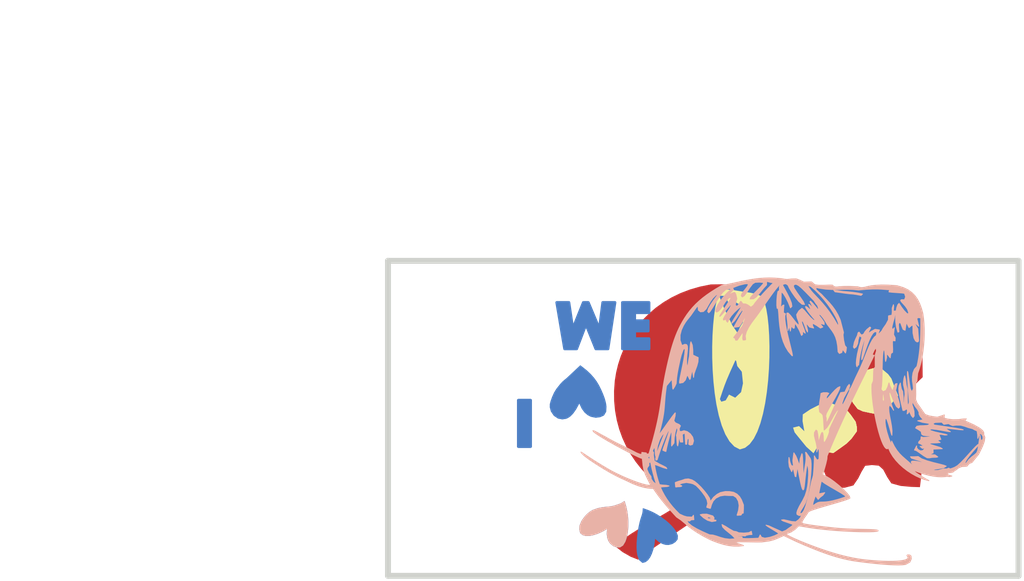
<source format=kicad_pcb>
(kicad_pcb (version 4) (host pcbnew 4.0.7)

  (general
    (links 0)
    (no_connects 0)
    (area 179.124999 88.224999 195.275001 96.375001)
    (thickness 1.6)
    (drawings 6)
    (tracks 0)
    (zones 0)
    (modules 3)
    (nets 1)
  )

  (page A4)
  (layers
    (0 F.Cu signal)
    (31 B.Cu signal)
    (32 B.Adhes user)
    (33 F.Adhes user)
    (34 B.Paste user)
    (35 F.Paste user)
    (36 B.SilkS user)
    (37 F.SilkS user)
    (38 B.Mask user)
    (39 F.Mask user)
    (40 Dwgs.User user)
    (41 Cmts.User user)
    (42 Eco1.User user)
    (43 Eco2.User user)
    (44 Edge.Cuts user)
    (45 Margin user)
    (46 B.CrtYd user)
    (47 F.CrtYd user)
    (48 B.Fab user)
    (49 F.Fab user)
  )

  (setup
    (last_trace_width 0.25)
    (trace_clearance 0.2)
    (zone_clearance 0.508)
    (zone_45_only no)
    (trace_min 0.2)
    (segment_width 0.2)
    (edge_width 0.15)
    (via_size 0.6)
    (via_drill 0.4)
    (via_min_size 0.4)
    (via_min_drill 0.3)
    (uvia_size 0.3)
    (uvia_drill 0.1)
    (uvias_allowed no)
    (uvia_min_size 0.2)
    (uvia_min_drill 0.1)
    (pcb_text_width 0.3)
    (pcb_text_size 1.5 1.5)
    (mod_edge_width 0.15)
    (mod_text_size 1 1)
    (mod_text_width 0.15)
    (pad_size 1.5 1.5)
    (pad_drill 1.5)
    (pad_to_mask_clearance 0.2)
    (aux_axis_origin 179.2 96.3)
    (grid_origin 179.2 88.3)
    (visible_elements 7FFFFF7F)
    (pcbplotparams
      (layerselection 0x010fc_80000001)
      (usegerberextensions true)
      (usegerberattributes true)
      (excludeedgelayer true)
      (linewidth 0.100000)
      (plotframeref false)
      (viasonmask false)
      (mode 1)
      (useauxorigin true)
      (hpglpennumber 1)
      (hpglpenspeed 20)
      (hpglpendiameter 15)
      (hpglpenoverlay 2)
      (psnegative false)
      (psa4output false)
      (plotreference true)
      (plotvalue false)
      (plotinvisibletext false)
      (padsonsilk false)
      (subtractmaskfromsilk false)
      (outputformat 1)
      (mirror false)
      (drillshape 0)
      (scaleselection 1)
      (outputdirectory Ninja/))
  )

  (net 0 "")

  (net_class Default "This is the default net class."
    (clearance 0.2)
    (trace_width 0.25)
    (via_dia 0.6)
    (via_drill 0.4)
    (uvia_dia 0.3)
    (uvia_drill 0.1)
  )

  (module CodingNinja:CodingNinja (layer F.Cu) (tedit 5A20FE16) (tstamp 5A2141E2)
    (at 188.79 92.39 90)
    (descr "Imported from CodingNinja.svg")
    (tags CodingNinja)
    (attr smd)
    (fp_text reference CodingNinja (at 0 -7.04835 90) (layer F.SilkS) hide
      (effects (font (thickness 0.3048)))
    )
    (fp_text value G*** (at 0 7.04835 90) (layer F.SilkS) hide
      (effects (font (thickness 0.3048)))
    )
    (fp_poly (pts (xy 3.235402 -1.201284) (xy 3.346064 -1.138917) (xy 3.365267 -1.044074) (xy 3.353061 -0.872749)
      (xy 3.315141 -0.631238) (xy 3.315111 -0.631238) (xy 3.280379 -0.399787) (xy 3.241811 -0.226609)
      (xy 3.193506 -0.128247) (xy 3.132367 -0.075695) (xy 3.021015 -0.029531) (xy 2.865491 0.00979)
      (xy 2.671836 0.041816) (xy 2.446094 0.066093) (xy 2.194304 0.082167) (xy 1.922511 0.089585)
      (xy 1.636754 0.087894) (xy 1.343076 0.076639) (xy 1.047519 0.055368) (xy 0.756125 0.023627)
      (xy 0.474935 -0.019038) (xy 0.209991 -0.073081) (xy -0.032664 -0.138954) (xy -0.24699 -0.217111)
      (xy -0.426944 -0.308006) (xy -0.566484 -0.412092) (xy -0.659569 -0.529823) (xy -0.700156 -0.661652)
      (xy -0.627915 -0.801393) (xy -0.497029 -0.924327) (xy -0.315837 -1.030934) (xy -0.09268 -1.121695)
      (xy 0.164102 -1.197091) (xy 0.44617 -1.257604) (xy 0.578161 -1.167952) (xy 0.512487 -1.132071)
      (xy 0.545359 -1.02158) (xy 0.693199 -0.936425) (xy 0.614041 -0.779629) (xy 0.755011 -0.630803)
      (xy 0.978407 -0.582514) (xy 1.272043 -0.612459) (xy 1.416703 -0.727627) (xy 1.544215 -0.754113)
      (xy 1.566703 -0.773702) (xy 1.276271 -0.904826) (xy 1.076763 -0.990754) (xy 0.923616 -1.050543)
      (xy 0.772269 -1.103248) (xy 0.578161 -1.167922) (xy 0.44617 -1.257574) (xy 0.726828 -1.300274)
      (xy 1.019187 -1.331714) (xy 1.317539 -1.352458) (xy 1.61618 -1.363073) (xy 1.909402 -1.364125)
      (xy 2.1915 -1.356179) (xy 2.456767 -1.339803) (xy 2.699497 -1.315561) (xy 2.913983 -1.28402)
      (xy 3.09452 -1.245746) (xy 3.235402 -1.201304) (xy 3.203998 -1.185712) (xy 3.019353 -1.117374)
      (xy 2.868907 -1.053694) (xy 2.67492 -0.958404) (xy 2.445319 -0.850248) (xy 2.2643 -0.724199)
      (xy 2.26445 -0.723709) (xy 2.418038 -0.651447) (xy 2.520432 -0.586482) (xy 2.660674 -0.577962)
      (xy 2.794237 -0.585483) (xy 2.979652 -0.665138) (xy 3.033939 -0.762258) (xy 2.97612 -0.867005)
      (xy 2.960878 -0.92823) (xy 3.096501 -0.982511) (xy 3.196982 -1.035952) (xy 3.203978 -1.185712)
      (xy 3.235402 -1.201284)) (layer F.SilkS) (width 0))
    (fp_poly (pts (xy 1.320173 2.569754) (xy 1.357453 2.705821) (xy 1.373244 2.830824) (xy 1.338063 2.95203)
      (xy 1.212746 3.100587) (xy 1.09913 3.184985) (xy 0.849462 3.278124) (xy 0.667581 3.356714)
      (xy 0.516344 3.229182) (xy 0.36511 3.101653) (xy 0.18227 2.871403) (xy 0.231533 2.619002)
      (xy 0.265745 2.458449) (xy 0.325623 2.327843) (xy 0.48094 2.208387) (xy 0.670554 2.10954)
      (xy 0.821498 2.116591) (xy 0.947852 2.19784) (xy 1.063697 2.321584) (xy 1.18311 2.456122)
      (xy 1.320173 2.569754)) (layer F.SilkS) (width 0))
    (fp_poly (pts (xy 0.002945 2.2776) (xy -0.140605 2.309857) (xy -0.240365 2.308083) (xy -0.429471 2.170508)
      (xy -0.550434 2.047691) (xy -0.654374 1.905578) (xy -0.79241 1.710112) (xy -0.755983 1.461565)
      (xy -0.677002 1.281411) (xy -0.796978 1.206451) (xy -0.633745 1.025528) (xy -0.355783 0.798639)
      (xy -0.266739 0.727494) (xy -0.145845 0.688148) (xy -0.107166 0.840297) (xy -0.238216 0.974515)
      (xy 0.017473 0.929414) (xy 0.188996 0.934836) (xy 0.320554 1.129954) (xy 0.425485 1.33681)
      (xy 0.511734 1.551897) (xy 0.4262 1.783706) (xy 0.379465 1.988634) (xy 0.183098 2.15053)
      (xy 0.002945 2.2776)) (layer F.SilkS) (width 0))
    (fp_poly (pts (xy -3.333747 -3.071116) (xy -3.173553 -2.849185) (xy -3.02021 -2.633084) (xy -2.872864 -2.421909)
      (xy -2.73066 -2.214754) (xy -2.592744 -2.010714) (xy -2.458261 -1.808885) (xy -2.326357 -1.608361)
      (xy -2.196178 -1.408236) (xy -2.066869 -1.207606) (xy -1.937576 -1.005567) (xy -1.807444 -0.801211)
      (xy -1.675619 -0.593635) (xy -1.541247 -0.381934) (xy -1.403473 -0.165202) (xy -1.261443 0.057466)
      (xy -1.114302 0.286975) (xy -0.961197 0.52423) (xy -0.801272 0.770136) (xy -0.633674 1.025598)
      (xy -0.355782 0.798639) (xy -0.53915 0.502848) (xy -0.723887 0.204879) (xy -0.90897 -0.093565)
      (xy -1.093377 -0.390775) (xy -1.276086 -0.685048) (xy -1.456074 -0.974678) (xy -1.632321 -1.257958)
      (xy -1.803803 -1.533183) (xy -1.969498 -1.798648) (xy -2.128385 -2.052646) (xy -2.27944 -2.293472)
      (xy -2.421643 -2.519421) (xy -2.55397 -2.728787) (xy -2.6754 -2.919864) (xy -2.784911 -3.090946)
      (xy -2.88148 -3.240328) (xy -2.964085 -3.366304) (xy -3.031705 -3.467169) (xy -3.083316 -3.541216)
      (xy -3.117897 -3.586741) (xy -3.215717 -3.482664) (xy -3.322013 -3.329471) (xy -3.302537 -3.190912)
      (xy -3.333747 -3.071116)) (layer F.Mask) (width 0))
    (fp_poly (pts (xy -0.964865 1.364337) (xy -1.159793 1.433721) (xy -1.35877 1.514925) (xy -1.539217 1.626667)
      (xy -1.678554 1.787661) (xy -1.673232 1.996497) (xy -1.615588 2.218661) (xy -1.433134 2.343411)
      (xy -1.270363 2.424868) (xy -1.116534 2.517322) (xy -1.097195 2.685093) (xy -1.113536 2.865616)
      (xy -1.212843 2.975726) (xy -1.406593 3.079109) (xy -1.562516 3.182497) (xy -1.627271 3.418991)
      (xy -1.65098 3.680121) (xy -1.658765 3.9074) (xy -1.371127 3.942873) (xy -1.1326 3.947714)
      (xy -0.921215 3.936868) (xy -0.715004 3.925278) (xy -0.491997 3.927889) (xy -0.395218 3.795705)
      (xy -0.232106 3.613747) (xy -0.044903 3.560984) (xy 0.158328 3.555864) (xy 0.370648 3.558346)
      (xy 0.585118 3.528392) (xy 0.81237 3.643555) (xy 1.022191 3.860504) (xy 1.134005 3.977433)
      (xy 2.205003 3.967138) (xy 2.236779 3.845842) (xy 2.2256 3.656541) (xy 2.186213 3.454222)
      (xy 2.050946 3.297043) (xy 1.883535 3.150584) (xy 1.834499 2.987233) (xy 1.831563 2.916219)
      (xy 2.150746 2.800122) (xy 2.28475 2.731902) (xy 2.381838 2.683403) (xy 2.445313 2.573085)
      (xy 2.508799 2.461468) (xy 2.572286 2.212864) (xy 2.427891 2.021327) (xy 2.253711 1.872787)
      (xy 2.068959 1.740103) (xy 1.89285 1.596133) (xy 2.021371 1.481339) (xy 2.124812 1.406133)
      (xy 2.239696 1.332871) (xy 2.402546 1.223908) (xy 2.649886 1.041599) (xy 2.754131 0.94106)
      (xy 2.904873 0.764334) (xy 3.071638 0.535768) (xy 3.223954 0.279709) (xy 3.331351 0.020504)
      (xy 3.371863 -0.197055) (xy 3.408114 -0.409045) (xy 3.444102 -0.64652) (xy 3.477884 -0.90843)
      (xy 3.352991 -0.872749) (xy 3.315111 -0.631238) (xy 3.280379 -0.399787) (xy 3.241811 -0.226609)
      (xy 3.193506 -0.128247) (xy 3.132367 -0.075695) (xy 3.021015 -0.029531) (xy 2.865491 0.00979)
      (xy 2.671836 0.041816) (xy 2.446094 0.066093) (xy 2.194304 0.082167) (xy 1.922511 0.089585)
      (xy 1.636754 0.087894) (xy 1.343076 0.076639) (xy 1.047519 0.055368) (xy 0.756125 0.023627)
      (xy 0.474935 -0.019038) (xy 0.209991 -0.073081) (xy -0.032664 -0.138954) (xy -0.24699 -0.217111)
      (xy -0.426944 -0.308006) (xy -0.566484 -0.412092) (xy -0.659569 -0.529823) (xy -0.700156 -0.661652)
      (xy -0.637523 -0.790386) (xy -0.527022 -0.904515) (xy -0.374152 -1.004585) (xy -0.184414 -1.091141)
      (xy 0.036692 -1.164729) (xy 0.283668 -1.225894) (xy 0.551014 -1.275183) (xy 0.833228 -1.313141)
      (xy 1.124813 -1.340313) (xy 1.420268 -1.357247) (xy 1.714094 -1.364486) (xy 2.00079 -1.362578)
      (xy 2.274857 -1.352067) (xy 2.530795 -1.3335) (xy 2.763105 -1.307422) (xy 2.966286 -1.274379)
      (xy 3.13484 -1.234917) (xy 3.263266 -1.189581) (xy 3.346064 -1.138917) (xy 3.365267 -1.044074)
      (xy 3.353061 -0.872749) (xy 3.477953 -0.90843) (xy 3.49352 -1.13521) (xy 3.490646 -1.399358)
      (xy 3.435376 -1.672669) (xy 3.361167 -1.929479) (xy 3.269299 -2.169866) (xy 3.161052 -2.393905)
      (xy 3.037705 -2.601672) (xy 2.900539 -2.793242) (xy 2.750831 -2.968692) (xy 2.589863 -3.128098)
      (xy 2.418914 -3.271536) (xy 2.239262 -3.39908) (xy 2.052188 -3.510808) (xy 1.858972 -3.606794)
      (xy 1.660892 -3.687116) (xy 1.459229 -3.751848) (xy 1.255261 -3.801067) (xy 1.05027 -3.834849)
      (xy 0.786527 -3.854496) (xy 0.530097 -3.852077) (xy 0.281526 -3.828648) (xy 0.041358 -3.785264)
      (xy -0.18986 -3.722981) (xy -0.411584 -3.642852) (xy -0.623269 -3.545933) (xy -0.824369 -3.43328)
      (xy -1.014338 -3.305948) (xy -1.192632 -3.164992) (xy -1.358705 -3.011467) (xy -1.512012 -2.846428)
      (xy -1.652007 -2.670931) (xy -1.778145 -2.48603) (xy -1.889881 -2.292781) (xy -1.98667 -2.092239)
      (xy -2.070732 -2.175314) (xy -2.17221 -2.315729) (xy -2.288483 -2.500791) (xy -2.416929 -2.717804)
      (xy -2.554928 -2.954074) (xy -2.699856 -3.196905) (xy -2.849095 -3.433605) (xy -3.000021 -3.651477)
      (xy -3.150013 -3.837827) (xy -3.30744 -3.63838) (xy -3.424833 -3.434242) (xy -3.500641 -3.241925)
      (xy -3.28197 -2.967961) (xy -2.193899 -1.365956) (xy -2.1929 -1.253996) (xy -2.192224 -0.922565)
      (xy -2.165342 -0.620011) (xy -2.114569 -0.343847) (xy -2.042224 -0.091587) (xy -1.950622 0.139256)
      (xy -1.842081 0.351169) (xy -1.718918 0.546637) (xy -1.58345 0.728147) (xy -1.437994 0.898186)
      (xy -1.284866 1.059239) (xy -1.126384 1.213794) (xy -0.964865 1.364337) (xy -0.676979 1.281381)
      (xy -0.796957 1.206021) (xy -0.633725 1.025098) (xy -0.355759 0.798609) (xy -0.266716 0.727464)
      (xy -0.145822 0.688118) (xy -0.107143 0.840267) (xy -0.238193 0.974485) (xy 0.017496 0.929384)
      (xy 0.189019 0.934806) (xy 0.320578 1.129924) (xy 0.425508 1.33678) (xy 0.511757 1.551867)
      (xy 0.426224 1.783676) (xy 0.379497 1.988604) (xy 0.480974 2.208357) (xy 0.670583 2.10951)
      (xy 0.821525 2.116561) (xy 0.947877 2.19781) (xy 1.06372 2.321554) (xy 1.183133 2.456092)
      (xy 1.320196 2.569724) (xy 1.357476 2.705791) (xy 1.373267 2.830794) (xy 1.338086 2.952)
      (xy 1.212769 3.100557) (xy 1.099153 3.184955) (xy 0.849486 3.278095) (xy 0.667605 3.356684)
      (xy 0.516368 3.229152) (xy 0.365133 3.101623) (xy 0.182293 2.871373) (xy 0.231556 2.618972)
      (xy 0.265768 2.458419) (xy 0.325647 2.327813) (xy 0.480944 2.208357) (xy 0.379469 1.988604)
      (xy 0.18312 2.1505) (xy 0.002969 2.27757) (xy -0.140582 2.309827) (xy -0.240342 2.308053)
      (xy -0.429447 2.170478) (xy -0.550411 2.047661) (xy -0.654351 1.905548) (xy -0.792387 1.710082)
      (xy -0.75596 1.461535) (xy -0.676979 1.281381) (xy -0.964865 1.364337)) (layer F.Cu) (width 0))
    (fp_poly (pts (xy 0.512475 -1.132001) (xy 0.578139 -1.167882) (xy 0.772248 -1.103208) (xy 0.923594 -1.050503)
      (xy 1.076741 -0.990714) (xy 1.276249 -0.904786) (xy 1.566681 -0.773662) (xy 1.544193 -0.754073)
      (xy 1.416681 -0.727587) (xy 1.272021 -0.612423) (xy 0.978385 -0.582474) (xy 0.754989 -0.630763)
      (xy 0.614019 -0.779589) (xy 0.693177 -0.936385) (xy 0.545337 -1.02154) (xy 0.512475 -1.132001)) (layer F.Cu) (width 0))
    (fp_poly (pts (xy 2.26428 -0.724189) (xy 2.445299 -0.85023) (xy 2.6749 -0.958394) (xy 2.868887 -1.053693)
      (xy 3.019333 -1.117382) (xy 3.203978 -1.185702) (xy 3.196982 -1.035952) (xy 3.096497 -0.982496)
      (xy 2.960878 -0.92823) (xy 2.97612 -0.867005) (xy 3.033939 -0.762258) (xy 2.979652 -0.66507)
      (xy 2.794237 -0.585483) (xy 2.660674 -0.577962) (xy 2.520432 -0.586482) (xy 2.418038 -0.651447)
      (xy 2.26445 -0.723709) (xy 2.26428 -0.724189)) (layer F.Cu) (width 0))
  )

  (module "VIA:Via(0.435-0.3mm)" (layer F.Cu) (tedit 5A214404) (tstamp 5A2143FC)
    (at 181.78 90.29)
    (fp_text reference REF** (at 0.46 1.67) (layer F.SilkS) hide
      (effects (font (size 1 1) (thickness 0.15)))
    )
    (fp_text value "Via(0.435-0.3mm)" (at -0.07 -1.65) (layer F.Fab) hide
      (effects (font (size 1 1) (thickness 0.15)))
    )
    (pad "" np_thru_hole circle (at 0 0) (size 1.5 1.5) (drill 1.5) (layers *.Cu *.Mask)
      (zone_connect 2))
  )

  (module CodingNinja:CatInLuv (layer B.Cu) (tedit 5A224079) (tstamp 5A228895)
    (at 188.46 92.36)
    (descr "Imported from CatInLuv.svg")
    (tags CatInLuv)
    (attr smd)
    (fp_text reference CatInLuv (at 0 6.753063) (layer B.SilkS) hide
      (effects (font (thickness 0.3048)) (justify mirror))
    )
    (fp_text value G*** (at 0 -6.753063) (layer B.SilkS) hide
      (effects (font (thickness 0.3048)) (justify mirror))
    )
    (fp_poly (pts (xy -0.305292 2.389485) (xy -0.394244 2.396481) (xy -0.358077 2.27919) (xy -0.342735 2.153338)
      (xy -0.363131 2.040251) (xy -0.415791 1.947348) (xy -0.496237 1.895628) (xy -0.614553 1.89359)
      (xy -0.721042 1.887543) (xy -0.832152 1.904884) (xy -0.945425 1.962116) (xy -1.015137 2.036607)
      (xy -1.056521 2.123997) (xy -1.084808 2.219925) (xy -1.165015 2.195638) (xy -1.138614 2.104951)
      (xy -1.158869 2.007509) (xy -1.211726 1.907705) (xy -1.28313 1.809934) (xy -1.35993 1.718339)
      (xy -1.437882 1.640185) (xy -1.514802 1.597395) (xy -1.575497 1.580617) (xy -1.688286 1.562489)
      (xy -1.800419 1.581653) (xy -1.861022 1.602705) (xy -1.868818 1.633089) (xy -1.813379 1.659331)
      (xy -1.843439 1.66852) (xy -1.907493 1.671037) (xy -1.954033 1.677265) (xy -1.963628 1.575469)
      (xy -1.885976 1.546935) (xy -1.796202 1.520499) (xy -1.722323 1.493554) (xy -1.639429 1.485243)
      (xy -1.552013 1.510204) (xy -1.550914 1.510484) (xy -1.549815 1.510764) (xy -1.484974 1.547619)
      (xy -1.409968 1.609211) (xy -1.324769 1.691294) (xy -1.241066 1.786996) (xy -1.162441 1.886648)
      (xy -1.106814 1.973931) (xy -1.08463 2.071025) (xy -0.994206 1.951227) (xy -0.904824 1.876444)
      (xy -0.82087 1.831653) (xy -0.699117 1.806291) (xy -0.593271 1.807765) (xy -0.492325 1.825688)
      (xy -0.410208 1.869293) (xy -0.34616 1.932326) (xy -0.299421 2.008538) (xy -0.247355 2.140592)
      (xy -0.247532 2.239881) (xy -0.252996 2.344049) (xy -0.273043 2.333717) (xy -0.305288 2.389125)
      (xy -0.305292 2.389485)) (layer B.SilkS) (width 0.036689))
    (fp_poly (pts (xy -1.080706 2.400359) (xy -1.01673 2.420149) (xy -0.985107 2.468623) (xy -1.023356 2.479317)
      (xy -1.121191 2.442112) (xy -1.177464 2.464425) (xy -1.119973 2.493035) (xy -0.990332 2.478018)
      (xy -0.992631 2.523094) (xy -0.938104 2.527379) (xy -0.939669 2.545682) (xy -1.042315 2.562383)
      (xy -1.150511 2.530044) (xy -1.252779 2.466227) (xy -1.337644 2.388495) (xy -1.281095 2.375095)
      (xy -1.172916 2.373444) (xy -1.080725 2.400289) (xy -1.080706 2.400359)) (layer B.SilkS) (width 0.022578))
    (fp_poly (pts (xy 1.458974 -3.421114) (xy 1.582288 -3.312825) (xy 1.695965 -3.198396) (xy 1.799297 -3.081077)
      (xy 1.891576 -2.96412) (xy 1.972095 -2.850774) (xy 2.040144 -2.744288) (xy 2.095017 -2.647913)
      (xy 2.136005 -2.564899) (xy 2.1624 -2.498496) (xy 2.173494 -2.451954) (xy 2.16858 -2.428523)
      (xy 2.146949 -2.431453) (xy 2.044253 -2.605169) (xy 1.943842 -2.754621) (xy 1.847311 -2.882518)
      (xy 1.756259 -2.991565) (xy 1.672281 -3.084471) (xy 1.596973 -3.163942) (xy 1.531934 -3.232687)
      (xy 1.478758 -3.293411) (xy 1.439044 -3.348823) (xy 1.387144 -3.42997) (xy 1.345804 -3.462171)
      (xy 1.279002 -3.471778) (xy 1.150714 -3.48514) (xy 1.055071 -3.486747) (xy 0.912384 -3.48128)
      (xy 0.775731 -3.476243) (xy 0.698191 -3.479143) (xy 0.67113 -3.39842) (xy 0.673394 -3.307615)
      (xy 0.632866 -3.276132) (xy 0.616485 -3.174495) (xy 0.606522 -3.046918) (xy 0.605149 -2.928294)
      (xy 0.614539 -2.853515) (xy 0.636864 -2.857475) (xy 0.64709 -2.80371) (xy 0.654113 -2.727277)
      (xy 0.660452 -2.632018) (xy 0.668623 -2.521777) (xy 0.681146 -2.400398) (xy 0.700537 -2.271725)
      (xy 0.729316 -2.139602) (xy 0.769999 -2.007872) (xy 0.825105 -1.880378) (xy 0.897152 -1.760966)
      (xy 0.988658 -1.653478) (xy 1.00226 -1.647438) (xy 0.998205 -1.690441) (xy 0.980487 -1.772978)
      (xy 0.953103 -1.885538) (xy 0.920049 -2.018611) (xy 0.885322 -2.162686) (xy 0.852916 -2.308252)
      (xy 0.826828 -2.445801) (xy 0.811055 -2.56582) (xy 0.809592 -2.6588) (xy 0.826435 -2.715231)
      (xy 0.774635 -2.737984) (xy 0.77774 -2.841069) (xy 0.786087 -2.936703) (xy 0.760292 -2.932501)
      (xy 0.718841 -2.887654) (xy 0.703041 -2.896524) (xy 0.712301 -2.992648) (xy 0.714318 -3.10125)
      (xy 0.718933 -3.254523) (xy 0.736495 -3.265194) (xy 0.778394 -3.218701) (xy 0.834929 -3.128078)
      (xy 0.896395 -3.006357) (xy 0.953092 -2.86657) (xy 0.988501 -2.903899) (xy 0.97569 -2.989702)
      (xy 0.930657 -3.104237) (xy 0.869401 -3.227761) (xy 0.807919 -3.340532) (xy 0.762212 -3.422808)
      (xy 0.748276 -3.454846) (xy 0.829312 -3.483968) (xy 0.889793 -3.441953) (xy 0.921425 -3.373445)
      (xy 0.987052 -3.263798) (xy 1.072672 -3.139891) (xy 1.164286 -3.028601) (xy 1.247896 -2.956806)
      (xy 1.309501 -2.951385) (xy 1.281174 -3.017962) (xy 1.205582 -3.129628) (xy 1.115647 -3.25575)
      (xy 1.044288 -3.365698) (xy 1.024425 -3.42884) (xy 1.059683 -3.462935) (xy 1.106015 -3.461761)
      (xy 1.16484 -3.428741) (xy 1.237575 -3.367301) (xy 1.325638 -3.280864) (xy 1.430448 -3.172854)
      (xy 1.553423 -3.046694) (xy 1.594561 -2.981715) (xy 1.640766 -2.92346) (xy 1.664641 -2.853888)
      (xy 1.653689 -2.814548) (xy 1.593663 -2.890419) (xy 1.519003 -2.978969) (xy 1.460152 -3.037113)
      (xy 1.447554 -3.021768) (xy 1.500451 -2.923593) (xy 1.55735 -2.84331) (xy 1.546491 -2.842323)
      (xy 1.490032 -2.895753) (xy 1.42993 -2.951373) (xy 1.414179 -2.952025) (xy 1.461183 -2.848423)
      (xy 1.463592 -2.805793) (xy 1.384801 -2.87601) (xy 1.343316 -2.902145) (xy 1.334111 -2.891432)
      (xy 1.352161 -2.851105) (xy 1.392439 -2.788399) (xy 1.449918 -2.710549) (xy 1.519572 -2.62479)
      (xy 1.596375 -2.538355) (xy 1.531494 -2.554204) (xy 1.453392 -2.62428) (xy 1.37257 -2.717973)
      (xy 1.29953 -2.804672) (xy 1.244774 -2.853767) (xy 1.166449 -2.789358) (xy 1.107835 -2.692033)
      (xy 1.122481 -2.612476) (xy 1.159315 -2.516597) (xy 1.17404 -2.437479) (xy 1.147042 -2.433661)
      (xy 1.091987 -2.492581) (xy 1.022385 -2.583074) (xy 0.951746 -2.673975) (xy 0.89358 -2.73412)
      (xy 0.861399 -2.732342) (xy 0.862082 -2.653846) (xy 0.875761 -2.543645) (xy 0.888826 -2.417414)
      (xy 0.887665 -2.290828) (xy 0.901201 -2.338057) (xy 0.921837 -2.403937) (xy 0.936156 -2.333947)
      (xy 0.949712 -2.275786) (xy 0.967603 -2.366737) (xy 0.988141 -2.445725) (xy 0.995634 -2.379613)
      (xy 1.024892 -2.347277) (xy 1.050258 -2.352275) (xy 1.057221 -2.435607) (xy 1.054056 -2.487673)
      (xy 1.112147 -2.414302) (xy 1.181087 -2.289078) (xy 1.233069 -2.164675) (xy 1.261268 -2.192092)
      (xy 1.258396 -2.262797) (xy 1.265572 -2.269519) (xy 1.32653 -2.221944) (xy 1.304395 -2.30373)
      (xy 1.246133 -2.457753) (xy 1.225789 -2.544522) (xy 1.273373 -2.515593) (xy 1.31092 -2.427322)
      (xy 1.345596 -2.324483) (xy 1.384566 -2.251848) (xy 1.387207 -2.298083) (xy 1.357921 -2.419263)
      (xy 1.354412 -2.477858) (xy 1.437038 -2.377771) (xy 1.540206 -2.352185) (xy 1.510836 -2.419825)
      (xy 1.51271 -2.477098) (xy 1.621928 -2.41558) (xy 1.71348 -2.352555) (xy 1.772759 -2.378341)
      (xy 1.730758 -2.427315) (xy 1.697229 -2.47389) (xy 1.808983 -2.441607) (xy 1.807134 -2.494869)
      (xy 1.748639 -2.582619) (xy 1.682508 -2.666521) (xy 1.65775 -2.708235) (xy 1.717608 -2.687767)
      (xy 1.7886 -2.601546) (xy 1.850741 -2.503643) (xy 1.884046 -2.448134) (xy 1.951848 -2.359307)
      (xy 2.009925 -2.280995) (xy 2.058474 -2.204684) (xy 2.097692 -2.121861) (xy 2.127776 -2.024015)
      (xy 2.148924 -1.902631) (xy 2.161332 -1.749197) (xy 2.195559 -1.706982) (xy 2.253621 -1.73091)
      (xy 2.27939 -1.814762) (xy 2.303713 -1.778044) (xy 2.349633 -1.719512) (xy 2.364342 -1.781292)
      (xy 2.37289 -1.859698) (xy 2.331203 -1.908771) (xy 2.302406 -2.038671) (xy 2.286525 -2.178202)
      (xy 2.29832 -2.240864) (xy 2.216164 -2.556266) (xy 2.157122 -2.688454) (xy 2.089503 -2.803666)
      (xy 2.016702 -2.904259) (xy 1.942116 -2.992589) (xy 1.869141 -3.071009) (xy 1.801173 -3.141878)
      (xy 1.741609 -3.207548) (xy 1.681156 -3.25733) (xy 1.602993 -3.330175) (xy 1.596547 -3.388392)
      (xy 1.556059 -3.404308) (xy 1.458968 -3.420975) (xy 1.458974 -3.421114)) (layer B.SilkS) (width 0.022578))
    (fp_poly (pts (xy 2.743938 -3.182772) (xy 2.615416 -3.206137) (xy 2.540278 -3.216642) (xy 2.44688 -3.22355)
      (xy 2.333099 -3.237805) (xy 2.183612 -3.258968) (xy 2.084231 -3.272624) (xy 2.04933 -3.3162)
      (xy 2.133345 -3.303407) (xy 2.205241 -3.293038) (xy 2.293927 -3.281619) (xy 2.408099 -3.273019)
      (xy 2.535393 -3.260043) (xy 2.66358 -3.241689) (xy 2.780427 -3.216953) (xy 2.743938 -3.182772)) (layer B.SilkS) (width 0.022578))
    (fp_poly (pts (xy -0.445861 3.095448) (xy -1.100217 2.898343) (xy -1.016172 2.904289) (xy -0.926067 2.929996)
      (xy -0.826812 2.963882) (xy -0.715318 2.994366) (xy -0.588497 3.009866) (xy -0.443258 2.9988)
      (xy -0.517899 2.919365) (xy -0.612135 2.841785) (xy -0.703138 2.767853) (xy -0.768079 2.699364)
      (xy -0.784129 2.638112) (xy -0.693702 2.686062) (xy -0.589811 2.752189) (xy -0.492204 2.806491)
      (xy -0.420633 2.818966) (xy -0.3593 2.846737) (xy -0.229368 2.854709) (xy -0.100248 2.842311)
      (xy -0.041347 2.808971) (xy -0.024007 2.890328) (xy -0.095433 2.89445) (xy -0.186381 2.914915)
      (xy -0.191685 2.928368) (xy -0.277352 2.922248) (xy -0.37299 2.920157) (xy -0.408209 2.945698)
      (xy -0.340252 2.945432) (xy -0.29891 2.947923) (xy -0.278077 2.952565) (xy -0.271646 2.958754)
      (xy -0.273508 2.965886) (xy -0.277558 2.973358) (xy -0.277687 2.980563) (xy -0.26779 2.986899)
      (xy -0.241758 2.99176) (xy -0.193486 2.994543) (xy -0.116865 2.994643) (xy -0.005788 2.991456)
      (xy 0.145851 2.984377) (xy 0.183521 2.901622) (xy 0.217859 2.960728) (xy 0.302999 2.984078)
      (xy 0.302945 2.984078) (xy 0.431152 2.961482) (xy 0.550496 2.921585) (xy 0.663169 2.868739)
      (xy 0.615558 2.832967) (xy 0.497615 2.761446) (xy 0.379755 2.689881) (xy 0.332395 2.653974)
      (xy 0.398513 2.668942) (xy 0.51605 2.723283) (xy 0.651482 2.783475) (xy 0.739545 2.824153)
      (xy 0.835929 2.785186) (xy 0.91115 2.730103) (xy 0.967644 2.691399) (xy 1.021942 2.647147)
      (xy 0.982326 2.622217) (xy 0.874942 2.584861) (xy 0.76711 2.547377) (xy 0.726151 2.522064)
      (xy 0.781973 2.515602) (xy 0.877493 2.536631) (xy 0.987478 2.561896) (xy 1.086696 2.56814)
      (xy 1.158887 2.516767) (xy 1.211859 2.45504) (xy 1.223543 2.412443) (xy 1.222286 2.391994)
      (xy 1.179456 2.411303) (xy 1.119396 2.381459) (xy 1.112543 2.343345) (xy 1.131124 2.276235)
      (xy 1.180616 2.171826) (xy 1.266499 2.021811) (xy 1.323651 1.904909) (xy 1.362463 1.784478)
      (xy 1.386452 1.670096) (xy 1.399136 1.571341) (xy 1.412193 1.386357) (xy 1.4121 1.274195)
      (xy 1.4047 1.206432) (xy 1.395838 1.154644) (xy 1.383494 1.115369) (xy 1.369673 1.143928)
      (xy 1.355071 1.222255) (xy 1.340387 1.332282) (xy 1.326316 1.455944) (xy 1.313558 1.575175)
      (xy 1.302807 1.671908) (xy 1.288841 1.742926) (xy 1.271944 1.758529) (xy 1.252896 1.729316)
      (xy 1.232479 1.66589) (xy 1.211472 1.578848) (xy 1.190657 1.478792) (xy 1.170815 1.376321)
      (xy 1.152726 1.282036) (xy 1.137172 1.206536) (xy 1.121322 1.2146) (xy 1.105833 1.318821)
      (xy 1.090337 1.423061) (xy 1.071578 1.416055) (xy 1.048731 1.315481) (xy 1.025881 1.214892)
      (xy 1.006759 1.234119) (xy 0.983784 1.294949) (xy 0.923435 1.167798) (xy 0.908515 1.049972)
      (xy 0.914011 0.935241) (xy 0.920096 0.954464) (xy 0.937233 1.046077) (xy 0.97162 1.137757)
      (xy 1.02945 1.157182) (xy 1.01249 1.014207) (xy 1.026567 0.900694) (xy 1.038445 0.817274)
      (xy 1.088962 0.896663) (xy 1.122782 0.97724) (xy 1.179885 1.140871) (xy 1.187243 1.145758)
      (xy 1.186799 1.077685) (xy 1.198772 0.965468) (xy 1.243381 0.837923) (xy 1.252874 0.86066)
      (xy 1.260077 0.950699) (xy 1.265506 1.080511) (xy 1.269681 1.22257) (xy 1.273118 1.349347)
      (xy 1.276335 1.433316) (xy 1.279852 1.446948) (xy 1.301963 1.289637) (xy 1.322497 1.163789)
      (xy 1.338719 1.060811) (xy 1.347894 0.972111) (xy 1.347287 0.889095) (xy 1.334163 0.803171)
      (xy 1.352382 0.810426) (xy 1.404944 0.887035) (xy 1.453384 0.958149) (xy 1.470205 1.009679)
      (xy 1.477489 1.101382) (xy 1.476105 1.223877) (xy 1.466922 1.367785) (xy 1.450808 1.523727)
      (xy 1.428631 1.682322) (xy 1.40126 1.834193) (xy 1.369563 1.969958) (xy 1.334408 2.08024)
      (xy 1.284056 2.174691) (xy 1.224142 2.269015) (xy 1.190631 2.339632) (xy 1.215236 2.365655)
      (xy 1.257845 2.337633) (xy 1.298778 2.273806) (xy 1.339317 2.16771) (xy 1.37816 2.034465)
      (xy 1.41401 1.889193) (xy 1.445564 1.747015) (xy 1.471524 1.623051) (xy 1.490589 1.532422)
      (xy 1.513703 1.461671) (xy 1.532986 1.38739) (xy 1.541714 1.290755) (xy 1.549599 1.18308)
      (xy 1.555619 1.054155) (xy 1.558753 0.893773) (xy 1.579491 0.93189) (xy 1.626408 1.002724)
      (xy 1.677058 0.977129) (xy 1.682444 0.819348) (xy 1.674557 0.713474) (xy 1.675558 0.657019)
      (xy 1.650281 0.705993) (xy 1.620888 0.793347) (xy 1.626359 0.678128) (xy 1.607507 0.569798)
      (xy 1.579943 0.470035) (xy 1.559279 0.380522) (xy 1.561127 0.302937) (xy 1.601098 0.238962)
      (xy 1.62738 0.259551) (xy 1.644745 0.346596) (xy 1.656211 0.454002) (xy 1.664796 0.535671)
      (xy 1.673519 0.545509) (xy 1.68675 0.490201) (xy 1.70344 0.425351) (xy 1.722027 0.363295)
      (xy 1.740945 0.316367) (xy 1.758629 0.296901) (xy 1.773513 0.317232) (xy 1.784034 0.389693)
      (xy 1.788625 0.526619) (xy 1.803246 0.562606) (xy 1.838068 0.526998) (xy 1.881028 0.44893)
      (xy 1.920065 0.35754) (xy 1.943117 0.281963) (xy 1.938121 0.251336) (xy 1.94891 0.209356)
      (xy 1.996711 0.10316) (xy 2.063175 -0.034633) (xy 2.129956 -0.171407) (xy 2.178706 -0.274547)
      (xy 2.191076 -0.311434) (xy 2.125708 -0.248682) (xy 2.062463 -0.151538) (xy 2.000248 -0.03718)
      (xy 1.937971 0.077211) (xy 1.87454 0.174455) (xy 1.808861 0.237373) (xy 1.799086 0.097477)
      (xy 1.791928 -0.036688) (xy 1.778567 -0.13798) (xy 1.750183 -0.179254) (xy 1.693874 -0.222026)
      (xy 1.679743 -0.322313) (xy 1.691409 -0.452469) (xy 1.712493 -0.584844) (xy 1.726615 -0.691791)
      (xy 1.782344 -0.710759) (xy 1.881019 -0.711336) (xy 1.924974 -0.694789) (xy 1.869093 -0.616327)
      (xy 1.859159 -0.537093) (xy 1.906318 -0.578196) (xy 2.013134 -0.701905) (xy 2.085861 -0.779663)
      (xy 2.154063 -0.83937) (xy 2.208303 -0.863549) (xy 2.197835 -0.808901) (xy 2.15483 -0.714464)
      (xy 2.089513 -0.592593) (xy 2.01211 -0.455645) (xy 1.932849 -0.315979) (xy 1.861956 -0.185951)
      (xy 1.844457 -0.116331) (xy 1.859879 -0.064429) (xy 1.860657 0.020069) (xy 1.856773 0.06107)
      (xy 1.868631 0.056942) (xy 1.89371 0.015084) (xy 1.929491 -0.057105) (xy 1.973455 -0.152228)
      (xy 2.023084 -0.262885) (xy 2.075858 -0.38168) (xy 2.129258 -0.501212) (xy 2.180764 -0.614085)
      (xy 2.227859 -0.7129) (xy 2.282 -0.72082) (xy 2.333323 -0.727092) (xy 2.400838 -0.872882)
      (xy 2.44322 -0.921907) (xy 2.457248 -0.890005) (xy 2.430317 -0.801727) (xy 2.370728 -0.698122)
      (xy 2.306016 -0.58152) (xy 2.263714 -0.454248) (xy 2.259315 -0.402522) (xy 2.269861 -0.395007)
      (xy 2.292985 -0.424801) (xy 2.326323 -0.485007) (xy 2.367509 -0.568726) (xy 2.414178 -0.669059)
      (xy 2.463966 -0.779107) (xy 2.514506 -0.891971) (xy 2.563435 -1.000752) (xy 2.608386 -1.098552)
      (xy 2.646995 -1.178471) (xy 2.719195 -1.329838) (xy 2.7824 -1.475909) (xy 2.838517 -1.614508)
      (xy 2.889457 -1.743458) (xy 2.93713 -1.860581) (xy 2.983445 -1.963699) (xy 3.030311 -2.050635)
      (xy 3.079638 -2.119213) (xy 3.133336 -2.167254) (xy 3.144531 -2.24831) (xy 3.097709 -2.262877)
      (xy 3.048369 -2.225683) (xy 2.998143 -2.149112) (xy 2.948664 -2.045546) (xy 2.901567 -1.927369)
      (xy 2.858482 -1.806963) (xy 2.821046 -1.69671) (xy 2.790889 -1.608994) (xy 2.769646 -1.556197)
      (xy 2.758949 -1.550703) (xy 2.759746 -1.610676) (xy 2.774136 -1.709341) (xy 2.797092 -1.829945)
      (xy 2.823584 -1.955736) (xy 2.848585 -2.069964) (xy 2.867066 -2.155874) (xy 2.874 -2.196717)
      (xy 2.864357 -2.175739) (xy 2.84207 -2.111917) (xy 2.809959 -2.016115) (xy 2.772877 -1.893302)
      (xy 2.73568 -1.74845) (xy 2.703221 -1.586528) (xy 2.680354 -1.412506) (xy 2.65462 -1.407934)
      (xy 2.642275 -1.369029) (xy 2.628556 -1.395909) (xy 2.622901 -1.457829) (xy 2.629534 -1.557746)
      (xy 2.65268 -1.698617) (xy 2.696564 -1.883396) (xy 2.765411 -2.115041) (xy 2.699146 -2.158218)
      (xy 2.67023 -2.054268) (xy 2.657768 -1.960144) (xy 2.619781 -1.874464) (xy 2.571232 -1.838808)
      (xy 2.549734 -1.871291) (xy 2.573275 -1.990543) (xy 2.613994 -2.087502) (xy 2.651882 -2.165956)
      (xy 2.666929 -2.22969) (xy 2.692758 -2.249255) (xy 2.730236 -2.197307) (xy 2.762893 -2.173533)
      (xy 2.814411 -2.205303) (xy 2.839627 -2.254677) (xy 2.88889 -2.313505) (xy 2.967765 -2.377539)
      (xy 2.98878 -2.36146) (xy 2.935994 -2.259795) (xy 2.941415 -2.221824) (xy 2.998706 -2.264727)
      (xy 3.100657 -2.320467) (xy 3.209787 -2.303581) (xy 3.178747 -2.212987) (xy 3.199992 -2.205433)
      (xy 3.270134 -2.279294) (xy 3.305361 -2.345144) (xy 3.377046 -2.44589) (xy 3.438021 -2.558884)
      (xy 3.441118 -2.66148) (xy 3.474863 -2.6703) (xy 3.527122 -2.67897) (xy 3.535749 -2.762294)
      (xy 3.533444 -2.860019) (xy 3.565512 -2.945568) (xy 3.571916 -2.905992) (xy 3.564576 -2.81251)
      (xy 3.566483 -2.771961) (xy 3.598782 -2.786041) (xy 3.623353 -2.782655) (xy 3.611715 -2.725321)
      (xy 3.593579 -2.656113) (xy 3.586869 -2.610277) (xy 3.553504 -2.494986) (xy 3.525017 -2.375943)
      (xy 3.532941 -2.318853) (xy 3.56443 -2.330708) (xy 3.581763 -2.354891) (xy 3.586938 -2.359932)
      (xy 3.581949 -2.314362) (xy 3.568792 -2.186713) (xy 3.610141 -2.10311) (xy 3.606498 -2.026952)
      (xy 3.55373 -2.035214) (xy 3.540385 -2.007114) (xy 3.541436 -1.918021) (xy 3.545989 -1.812017)
      (xy 3.543154 -1.733186) (xy 3.522037 -1.725609) (xy 3.4977 -1.697926) (xy 3.484157 -1.596498)
      (xy 3.466056 -1.619099) (xy 3.416104 -1.684051) (xy 3.389151 -1.675397) (xy 3.392564 -1.605489)
      (xy 3.36727 -1.504957) (xy 3.359454 -1.549355) (xy 3.352955 -1.667424) (xy 3.341423 -1.780034)
      (xy 3.318506 -1.808055) (xy 3.30085 -1.750467) (xy 3.290053 -1.644779) (xy 3.283986 -1.505139)
      (xy 3.280522 -1.345694) (xy 3.277533 -1.180593) (xy 3.27289 -1.023983) (xy 3.264466 -0.890012)
      (xy 3.250132 -0.792827) (xy 3.306623 -0.727857) (xy 3.289721 -0.658059) (xy 3.285632 -0.527426)
      (xy 3.321954 -0.464752) (xy 3.335587 -0.542723) (xy 3.317303 -0.673065) (xy 3.311879 -0.739695)
      (xy 3.377606 -0.768192) (xy 3.420502 -0.853247) (xy 3.444268 -0.936418) (xy 3.452603 -0.959258)
      (xy 3.477645 -0.879147) (xy 3.523111 -0.783373) (xy 3.553211 -0.763742) (xy 3.575219 -0.844639)
      (xy 3.613012 -0.93209) (xy 3.656271 -0.942857) (xy 3.640339 -0.851527) (xy 3.616842 -0.757746)
      (xy 3.651488 -0.654604) (xy 3.689764 -0.538868) (xy 3.718474 -0.430714) (xy 3.724419 -0.350316)
      (xy 3.694401 -0.31785) (xy 3.640583 -0.360198) (xy 3.586275 -0.463824) (xy 3.536488 -0.588203)
      (xy 3.496235 -0.692812) (xy 3.470528 -0.737127) (xy 3.454879 -0.704197) (xy 3.463 -0.61801)
      (xy 3.488835 -0.501067) (xy 3.526329 -0.375869) (xy 3.569425 -0.264919) (xy 3.520769 -0.343986)
      (xy 3.461637 -0.401496) (xy 3.445777 -0.327596) (xy 3.45099 -0.229739) (xy 3.469654 -0.115042)
      (xy 3.494143 0.009375) (xy 3.516836 0.136396) (xy 3.530107 0.258901) (xy 3.526333 0.369773)
      (xy 3.512049 0.332914) (xy 3.480276 0.221554) (xy 3.440435 0.084714) (xy 3.401944 -0.028588)
      (xy 3.374226 -0.069333) (xy 3.356253 -0.032703) (xy 3.353474 0.042021) (xy 3.366674 0.149012)
      (xy 3.396642 0.282442) (xy 3.444163 0.436486) (xy 3.510026 0.605317) (xy 3.510026 0.605877)
      (xy 3.519821 0.516524) (xy 3.586646 0.650159) (xy 3.652165 0.753803) (xy 3.719264 0.836778)
      (xy 3.790832 0.908405) (xy 3.869755 0.978005) (xy 3.95892 1.054899) (xy 4.061213 1.148407)
      (xy 4.083897 1.154577) (xy 4.087599 1.14984) (xy 4.077896 1.136757) (xy 4.060366 1.117891)
      (xy 4.04059 1.095802) (xy 4.024143 1.073053) (xy 4.016606 1.052206) (xy 4.023556 1.035823)
      (xy 4.050572 1.026465) (xy 4.103232 1.026695) (xy 4.187115 1.039074) (xy 4.307798 1.066164)
      (xy 4.47086 1.110527) (xy 4.454879 1.101232) (xy 4.358915 1.063559) (xy 4.235791 1.019036)
      (xy 4.138327 0.989192) (xy 4.023347 0.952037) (xy 3.998022 0.916231) (xy 4.084342 0.916618)
      (xy 4.193422 0.911234) (xy 4.279827 0.968132) (xy 4.416588 1.019105) (xy 4.575562 1.06373)
      (xy 4.728607 1.10158) (xy 4.847579 1.132229) (xy 4.904336 1.155254) (xy 4.840556 1.193578)
      (xy 4.700374 1.220256) (xy 4.564127 1.23777) (xy 4.512152 1.248604) (xy 4.573335 1.251964)
      (xy 4.623351 1.26492) (xy 4.698309 1.263446) (xy 4.834316 1.223517) (xy 4.917405 1.226012)
      (xy 4.968082 1.204831) (xy 5.003275 1.225516) (xy 5.060555 1.2078) (xy 5.125698 1.18094)
      (xy 5.192245 1.140513) (xy 5.277123 1.063862) (xy 5.372638 0.964406) (xy 5.471097 0.855568)
      (xy 5.564806 0.750769) (xy 5.646071 0.663429) (xy 5.707198 0.60697) (xy 5.740494 0.594813)
      (xy 5.719133 0.624555) (xy 5.657514 0.69466) (xy 5.574319 0.789299) (xy 5.488227 0.892641)
      (xy 5.41792 0.988856) (xy 5.382078 1.062114) (xy 5.399382 1.096585) (xy 5.474625 0.9938)
      (xy 5.551837 0.921147) (xy 5.621701 0.867001) (xy 5.674901 0.819733) (xy 5.701474 0.762373)
      (xy 5.720156 0.666576) (xy 5.738319 0.533869) (xy 5.763334 0.365785) (xy 5.773305 0.439176)
      (xy 5.783673 0.508429) (xy 5.833567 0.476546) (xy 5.836365 0.407383) (xy 5.805063 0.347258)
      (xy 5.757127 0.320829) (xy 5.727326 0.394448) (xy 5.706055 0.44962) (xy 5.70283 0.357582)
      (xy 5.688534 0.259442) (xy 5.632086 0.236129) (xy 5.572139 0.202772) (xy 5.469456 0.175945)
      (xy 5.37074 0.141412) (xy 5.272847 0.115318) (xy 5.155351 0.113586) (xy 5.068818 0.12418)
      (xy 5.020012 0.105124) (xy 4.963699 0.074715) (xy 4.845966 0.092731) (xy 4.792978 0.0383)
      (xy 4.710614 0.042117) (xy 4.62424 0.045556) (xy 4.564385 0.070617) (xy 4.600443 0.110521)
      (xy 4.666025 0.119631) (xy 4.807111 0.139712) (xy 4.984163 0.165891) (xy 5.157643 0.193293)
      (xy 5.288015 0.217043) (xy 5.33574 0.232266) (xy 5.261678 0.229658) (xy 5.107097 0.212826)
      (xy 4.953163 0.19637) (xy 4.881044 0.194886) (xy 4.944308 0.239837) (xy 5.010005 0.279841)
      (xy 4.954383 0.275203) (xy 4.825554 0.251784) (xy 4.671035 0.224646) (xy 4.538344 0.208855)
      (xy 4.475001 0.219473) (xy 4.513085 0.253917) (xy 4.625358 0.287991) (xy 4.76389 0.31891)
      (xy 4.880752 0.34389) (xy 4.928015 0.360148) (xy 4.87125 0.365182) (xy 4.77479 0.346651)
      (xy 4.717964 0.352152) (xy 4.743706 0.413758) (xy 4.769396 0.475596) (xy 4.673348 0.495586)
      (xy 4.750746 0.553954) (xy 4.674846 0.563124) (xy 4.538171 0.566674) (xy 4.462271 0.576043)
      (xy 4.512881 0.606477) (xy 4.633445 0.643959) (xy 4.753992 0.68152) (xy 4.80455 0.71219)
      (xy 4.68784 0.7172) (xy 4.570171 0.722584) (xy 4.573269 0.816534) (xy 4.490653 0.853814)
      (xy 4.523294 0.864908) (xy 4.617362 0.867607) (xy 4.690922 0.919279) (xy 4.652559 0.929152)
      (xy 4.547415 0.932628) (xy 4.476131 0.944766) (xy 4.419711 0.941327) (xy 4.329699 0.88806)
      (xy 4.230211 0.816606) (xy 4.145361 0.758606) (xy 4.099267 0.745702) (xy 4.124587 0.694719)
      (xy 4.154218 0.640648) (xy 4.153051 0.686082) (xy 4.192223 0.736054) (xy 4.253694 0.767578)
      (xy 4.319419 0.757665) (xy 4.371357 0.683325) (xy 4.302054 0.704814) (xy 4.261241 0.670157)
      (xy 4.241236 0.653042) (xy 4.273593 0.65122) (xy 4.361028 0.621147) (xy 4.391314 0.608665)
      (xy 4.295443 0.614732) (xy 4.243987 0.584441) (xy 4.203705 0.570985) (xy 4.207553 0.538353)
      (xy 4.260305 0.481433) (xy 4.267901 0.408872) (xy 4.3195 0.425922) (xy 4.443977 0.416943)
      (xy 4.565446 0.399005) (xy 4.60802 0.389182) (xy 4.426245 0.384544) (xy 4.32791 0.371503)
      (xy 4.286852 0.349573) (xy 4.276905 0.318268) (xy 4.271906 0.277102) (xy 4.196415 0.224892)
      (xy 4.127661 0.185651) (xy 4.158445 0.142043) (xy 4.235358 0.128381) (xy 4.334243 0.126598)
      (xy 4.430942 0.118628) (xy 4.501299 0.086404) (xy 4.443743 0.064986) (xy 4.299222 0.041191)
      (xy 4.180952 0.002848) (xy 4.321661 -0.022938) (xy 4.243283 -0.11199) (xy 4.215119 -0.167894)
      (xy 4.215494 -0.212609) (xy 4.182186 -0.278122) (xy 4.116393 -0.364126) (xy 4.067241 -0.449737)
      (xy 4.044507 -0.536014) (xy 4.044229 -0.539012) (xy 4.039832 -0.398028) (xy 4.057943 -0.351026)
      (xy 4.087615 -0.242374) (xy 4.091854 -0.120606) (xy 4.062347 -0.080483) (xy 4.021997 -0.126338)
      (xy 3.986528 -0.20369) (xy 3.971665 -0.258062) (xy 3.943367 -0.195994) (xy 3.912597 -0.172208)
      (xy 3.923091 -0.261802) (xy 3.900333 -0.304148) (xy 3.843289 -0.260796) (xy 3.805944 -0.259871)
      (xy 3.759324 -0.456535) (xy 3.725416 -0.608367) (xy 3.705422 -0.724839) (xy 3.700543 -0.815423)
      (xy 3.711981 -0.889589) (xy 3.740938 -0.956809) (xy 3.750257 -0.886335) (xy 3.768384 -0.800943)
      (xy 3.799742 -0.740507) (xy 3.812165 -0.603964) (xy 3.819027 -0.465204) (xy 3.833699 -0.398118)
      (xy 3.843866 -0.457038) (xy 3.846642 -0.581144) (xy 3.859475 -0.673461) (xy 3.852929 -0.768983)
      (xy 3.822434 -0.904321) (xy 3.819946 -0.979767) (xy 3.830707 -1.069649) (xy 3.85086 -1.138183)
      (xy 3.871503 -1.055211) (xy 3.889121 -0.913439) (xy 3.913976 -0.801023) (xy 3.917984 -0.764568)
      (xy 3.918926 -0.692889) (xy 3.918701 -0.60282) (xy 3.919207 -0.511193) (xy 3.922341 -0.434844)
      (xy 3.930003 -0.390607) (xy 3.944089 -0.395314) (xy 3.966498 -0.465801) (xy 3.963076 -0.523346)
      (xy 3.952509 -0.659109) (xy 3.938998 -0.836374) (xy 3.926738 -1.018422) (xy 3.91993 -1.168538)
      (xy 3.922771 -1.250003) (xy 3.933559 -1.21672) (xy 3.950378 -1.098323) (xy 3.970827 -0.947271)
      (xy 3.992504 -0.816025) (xy 4.027545 -0.737344) (xy 4.043577 -0.753758) (xy 4.072404 -0.814908)
      (xy 4.062627 -0.910284) (xy 4.048664 -1.002773) (xy 4.046059 -1.106491) (xy 4.060483 -1.211047)
      (xy 4.097609 -1.306048) (xy 4.16311 -1.381103) (xy 4.185343 -1.484208) (xy 4.204357 -1.591286)
      (xy 4.220293 -1.702498) (xy 4.233295 -1.818003) (xy 4.243506 -1.937962) (xy 4.251069 -2.062535)
      (xy 4.256127 -2.191883) (xy 4.258823 -2.326166) (xy 4.259299 -2.465544) (xy 4.2577 -2.610177)
      (xy 4.192466 -2.618285) (xy 4.158752 -2.595285) (xy 4.184246 -2.493462) (xy 4.206907 -2.39891)
      (xy 4.144998 -2.453326) (xy 4.088615 -2.503664) (xy 4.131259 -2.420395) (xy 4.183094 -2.332066)
      (xy 4.204523 -2.036183) (xy 4.193923 -2.006758) (xy 4.163841 -1.999738) (xy 4.1248 -2.02667)
      (xy 4.087323 -2.099098) (xy 4.061931 -2.228568) (xy 4.059149 -2.426625) (xy 4.023485 -2.415718)
      (xy 3.961262 -2.363659) (xy 3.925385 -2.433499) (xy 3.892798 -2.499246) (xy 3.875775 -2.392089)
      (xy 3.861585 -2.295485) (xy 3.810864 -2.318569) (xy 3.778989 -2.397945) (xy 3.750652 -2.476618)
      (xy 3.710546 -2.497587) (xy 3.691961 -2.43813) (xy 3.699076 -2.339718) (xy 3.703799 -2.257971)
      (xy 3.678034 -2.24851) (xy 3.641809 -2.373701) (xy 3.623479 -2.507998) (xy 3.620396 -2.641764)
      (xy 3.629917 -2.765365) (xy 3.649395 -2.869163) (xy 3.676184 -2.943524) (xy 3.707638 -2.97881)
      (xy 3.768825 -2.882759) (xy 3.837869 -2.792118) (xy 3.900703 -2.72647) (xy 3.943256 -2.705395)
      (xy 3.95146 -2.748473) (xy 3.921309 -2.831572) (xy 3.870274 -2.90582) (xy 3.813925 -2.96911)
      (xy 3.767827 -3.019335) (xy 3.747548 -3.054385) (xy 3.768656 -3.072153) (xy 3.846718 -3.070532)
      (xy 3.874389 -3.145517) (xy 3.846024 -3.235134) (xy 3.776281 -3.243951) (xy 3.648048 -3.253199)
      (xy 3.520372 -3.26226) (xy 3.452299 -3.270515) (xy 3.467511 -3.326685) (xy 3.406119 -3.328914)
      (xy 3.337616 -3.334348) (xy 3.256159 -3.340391) (xy 3.155905 -3.344444) (xy 3.031011 -3.34391)
      (xy 2.875632 -3.336191) (xy 2.683926 -3.318689) (xy 2.683648 -3.318689) (xy 2.683094 -3.318419)
      (xy 2.544764 -3.331355) (xy 2.421073 -3.336317) (xy 2.308447 -3.33606) (xy 2.20331 -3.333337)
      (xy 2.102089 -3.330903) (xy 2.00121 -3.331512) (xy 2.000391 -3.331792) (xy 2.00121 -3.331512)
      (xy 1.849734 -3.340125) (xy 1.704976 -3.360717) (xy 1.568482 -3.38879) (xy 1.441797 -3.419848)
      (xy 1.326467 -3.449392) (xy 1.224037 -3.472925) (xy 1.136054 -3.485951) (xy 1.064064 -3.483971)
      (xy 0.96048 -3.474657) (xy 0.83005 -3.474794) (xy 0.689335 -3.482572) (xy 0.554896 -3.496179)
      (xy 0.443296 -3.513807) (xy 0.371096 -3.533644) (xy 0.347503 -3.536031) (xy 0.34516 -3.44779)
      (xy 0.269193 -3.365732) (xy 0.173564 -3.246606) (xy 0.081345 -3.13999) (xy 0.015605 -3.095458)
      (xy -0.070409 -3.09246) (xy -0.058559 -3.131628) (xy 0.008127 -3.208871) (xy 0.102013 -3.304725)
      (xy 0.19546 -3.399725) (xy 0.260831 -3.474408) (xy 0.270487 -3.509307) (xy 0.163119 -3.518577)
      (xy 0.055655 -3.513305) (xy -0.008382 -3.473196) (xy -0.081219 -3.377963) (xy -0.15435 -3.265737)
      (xy -0.219271 -3.174647) (xy -0.267477 -3.142823) (xy -0.295469 -3.171428) (xy -0.280667 -3.220479)
      (xy -0.23928 -3.281606) (xy -0.187515 -3.346438) (xy -0.141581 -3.406606) (xy -0.117685 -3.453738)
      (xy -0.132036 -3.479465) (xy -0.200842 -3.475415) (xy -0.34829 -3.439491) (xy -0.42526 -3.41123)
      (xy -0.518965 -3.37378) (xy -0.491632 -3.327818) (xy -0.553631 -3.267197) (xy -0.621564 -3.202871)
      (xy -0.588364 -3.208135) (xy -0.504354 -3.248313) (xy -0.463293 -3.258041) (xy -0.435731 -3.214758)
      (xy -0.408992 -3.099176) (xy -0.43544 -3.005574) (xy -0.448841 -2.926978) (xy -0.397674 -2.904571)
      (xy -0.352051 -2.962388) (xy -0.317541 -3.027616) (xy -0.299716 -3.027445) (xy -0.256323 -2.968118)
      (xy -0.18492 -2.963877) (xy -0.128628 -2.937892) (xy -0.050934 -2.881148) (xy 0.013493 -2.928897)
      (xy 0.056862 -2.992414) (xy 0.144101 -3.097613) (xy 0.255167 -3.223059) (xy 0.370015 -3.347318)
      (xy 0.468602 -3.448956) (xy 0.530884 -3.506539) (xy 0.634843 -3.507437) (xy 0.740823 -3.505539)
      (xy 0.702971 -3.48966) (xy 0.632636 -3.403394) (xy 0.578623 -3.338626) (xy 0.514792 -3.254682)
      (xy 0.444044 -3.156994) (xy 0.369281 -3.050998) (xy 0.293402 -2.942128) (xy 0.219309 -2.835818)
      (xy 0.149903 -2.737502) (xy 0.088083 -2.652615) (xy 0.02896 -2.575184) (xy -0.041835 -2.479117)
      (xy -0.111419 -2.372057) (xy -0.166912 -2.261647) (xy -0.195431 -2.15553) (xy -0.184094 -2.06135)
      (xy -0.200531 -2.051218) (xy -0.249319 -2.048657) (xy -0.260221 -2.091428) (xy -0.250175 -2.205182)
      (xy -0.259904 -2.24964) (xy -0.332023 -2.142937) (xy -0.398465 -2.046308) (xy -0.437543 -2.045123)
      (xy -0.455459 -2.099286) (xy -0.486648 -2.108575) (xy -0.485271 -2.116837) (xy -0.440232 -2.176869)
      (xy -0.373164 -2.263129) (xy -0.305702 -2.350076) (xy -0.259477 -2.412169) (xy -0.256125 -2.423867)
      (xy -0.23517 -2.487225) (xy -0.183761 -2.615809) (xy -0.162675 -2.6793) (xy -0.223045 -2.593362)
      (xy -0.293836 -2.470459) (xy -0.351149 -2.389425) (xy -0.416844 -2.379731) (xy -0.480432 -2.372534)
      (xy -0.456972 -2.421052) (xy -0.386057 -2.547956) (xy -0.299281 -2.700981) (xy -0.228242 -2.827865)
      (xy -0.204534 -2.876345) (xy -0.287584 -2.795357) (xy -0.355372 -2.703828) (xy -0.414204 -2.612833)
      (xy -0.470387 -2.533442) (xy -0.530226 -2.476728) (xy -0.529965 -2.497919) (xy -0.48192 -2.581744)
      (xy -0.409729 -2.696813) (xy -0.337037 -2.811738) (xy -0.287482 -2.895128) (xy -0.284709 -2.915594)
      (xy -0.389599 -2.830851) (xy -0.477752 -2.74714) (xy -0.549485 -2.664201) (xy -0.605119 -2.581773)
      (xy -0.64497 -2.499596) (xy -0.674711 -2.538538) (xy -0.680172 -2.580553) (xy -0.743888 -2.555266)
      (xy -0.750408 -2.583686) (xy -0.712175 -2.656455) (xy -0.651666 -2.751843) (xy -0.591359 -2.848118)
      (xy -0.553733 -2.923548) (xy -0.561265 -2.956402) (xy -0.663876 -2.836267) (xy -0.740755 -2.748466)
      (xy -0.794329 -2.690032) (xy -0.827024 -2.657998) (xy -0.841268 -2.649394) (xy -0.839488 -2.661255)
      (xy -0.824111 -2.690611) (xy -0.797563 -2.734494) (xy -0.762271 -2.789937) (xy -0.720663 -2.853973)
      (xy -0.675166 -2.923632) (xy -0.628206 -2.995948) (xy -0.582211 -3.067952) (xy -0.539607 -3.136676)
      (xy -0.609138 -3.119142) (xy -0.703214 -3.014991) (xy -0.769258 -2.908927) (xy -0.82609 -2.832898)
      (xy -0.872701 -2.784663) (xy -0.908082 -2.761981) (xy -0.931221 -2.762608) (xy -0.941111 -2.784303)
      (xy -0.936741 -2.824825) (xy -0.917101 -2.881931) (xy -0.881182 -2.953379) (xy -0.827974 -3.036928)
      (xy -0.756467 -3.130336) (xy -0.665652 -3.23136) (xy -0.554519 -3.337759) (xy -0.589048 -3.357249)
      (xy -0.69283 -3.328764) (xy -0.769286 -3.259258) (xy -0.855787 -3.142246) (xy -0.943276 -3.004793)
      (xy -1.022697 -2.873963) (xy -1.084994 -2.776823) (xy -1.121111 -2.740438) (xy -1.149162 -2.774858)
      (xy -1.127004 -2.849281) (xy -1.071793 -2.947047) (xy -1.000687 -3.051501) (xy -0.930843 -3.145983)
      (xy -0.879417 -3.213836) (xy -0.863567 -3.238402) (xy -0.950107 -3.181502) (xy -1.01833 -3.11347)
      (xy -1.075893 -3.033768) (xy -1.130457 -2.941859) (xy -1.189678 -2.837206) (xy -1.256327 -2.772723)
      (xy -1.329514 -2.764562) (xy -1.383099 -2.806142) (xy -1.390944 -2.890877) (xy -1.396419 -2.919956)
      (xy -1.439226 -2.870887) (xy -1.50472 -2.777063) (xy -1.578252 -2.671876) (xy -1.645175 -2.588719)
      (xy -1.666077 -2.563877) (xy -1.710831 -2.503095) (xy -1.765455 -2.413495) (xy -1.815971 -2.302197)
      (xy -1.848399 -2.176325) (xy -1.84876 -2.042999) (xy -1.803073 -1.909341) (xy -1.728388 -1.939207)
      (xy -1.683812 -1.932674) (xy -1.662797 -1.895539) (xy -1.658797 -1.833596) (xy -1.665264 -1.752642)
      (xy -1.675651 -1.658471) (xy -1.68341 -1.55688) (xy -1.681993 -1.453663) (xy -1.664853 -1.354617)
      (xy -1.649308 -1.402925) (xy -1.628812 -1.542703) (xy -1.610162 -1.639405) (xy -1.606866 -1.699121)
      (xy -1.5983 -1.828978) (xy -1.586444 -1.95504) (xy -1.573282 -2.003371) (xy -1.538533 -1.918834)
      (xy -1.526221 -1.798196) (xy -1.524328 -1.66791) (xy -1.458496 -1.63529) (xy -1.389074 -1.603344)
      (xy -1.394389 -1.494707) (xy -1.423543 -1.387945) (xy -1.461771 -1.285156) (xy -1.494308 -1.188434)
      (xy -1.50639 -1.099873) (xy -1.515808 -1.155194) (xy -1.534107 -1.278037) (xy -1.54381 -1.333858)
      (xy -1.553192 -1.236587) (xy -1.573696 -1.146888) (xy -1.588156 -1.064822) (xy -1.602011 -1.04699)
      (xy -1.627058 -1.095728) (xy -1.65426 -1.148727) (xy -1.67458 -1.14368) (xy -1.715713 -1.030942)
      (xy -1.774517 -0.968934) (xy -1.860095 -0.952971) (xy -1.863196 -0.990769) (xy -1.847257 -1.089435)
      (xy -1.819107 -1.229123) (xy -1.785576 -1.389991) (xy -1.753494 -1.552194) (xy -1.729693 -1.695888)
      (xy -1.721 -1.801229) (xy -1.734247 -1.848374) (xy -1.773735 -1.795496) (xy -1.818309 -1.669465)
      (xy -1.847415 -1.558159) (xy -1.867772 -1.461554) (xy -1.892579 -1.346153) (xy -1.917205 -1.217731)
      (xy -1.937014 -1.082063) (xy -1.947375 -0.944926) (xy -1.982913 -0.869496) (xy -2.027633 -0.800543)
      (xy -2.035967 -0.825487) (xy -2.043624 -0.923746) (xy -2.051484 -1.022062) (xy -2.060425 -1.047181)
      (xy -2.126997 -0.967514) (xy -2.193705 -0.885657) (xy -2.213102 -0.745181) (xy -2.226204 -0.627043)
      (xy -2.235005 -0.525573) (xy -2.241503 -0.435104) (xy -2.247692 -0.349967) (xy -2.255568 -0.264494)
      (xy -2.267127 -0.173016) (xy -2.284365 -0.069865) (xy -2.309277 0.050629) (xy -2.34386 0.194132)
      (xy -2.390108 0.366315) (xy -2.368402 0.341455) (xy -2.306697 0.256861) (xy -2.221297 0.137219)
      (xy -2.128501 0.007217) (xy -2.044614 -0.108461) (xy -1.985935 -0.185126) (xy -1.968768 -0.198094)
      (xy -1.973768 -0.124434) (xy -2.006968 0.003588) (xy -1.967542 0.054679) (xy -1.873458 0.096553)
      (xy -1.839324 0.13032) (xy -1.870122 0.198411) (xy -1.863667 0.269729) (xy -1.819385 0.275273)
      (xy -1.748337 0.253941) (xy -1.665918 0.278034) (xy -1.587682 0.336363) (xy -1.529183 0.417738)
      (xy -1.505975 0.510969) (xy -1.533611 0.604867) (xy -1.59032 0.620296) (xy -1.62938 0.597871)
      (xy -1.622133 0.48742) (xy -1.633378 0.435588) (xy -1.665472 0.472612) (xy -1.681862 0.598051)
      (xy -1.706393 0.598316) (xy -1.715163 0.510143) (xy -1.718272 0.394152) (xy -1.725819 0.310964)
      (xy -1.792353 0.348844) (xy -1.784506 0.446527) (xy -1.77995 0.54319) (xy -1.83982 0.541743)
      (xy -1.858375 0.475887) (xy -1.862776 0.432949) (xy -1.884759 0.4622) (xy -1.890076 0.547477)
      (xy -1.907861 0.640388) (xy -1.920333 0.61641) (xy -1.928407 0.516824) (xy -1.934826 0.411924)
      (xy -1.942333 0.372001) (xy -1.93486 0.341605) (xy -1.909554 0.243013) (xy -1.921064 0.170359)
      (xy -1.947316 0.202164) (xy -1.975518 0.301445) (xy -1.997217 0.434423) (xy -2.00396 0.567317)
      (xy -2.063139 0.643277) (xy -2.06563 0.591649) (xy -2.061413 0.457761) (xy -2.059533 0.320551)
      (xy -2.069035 0.258962) (xy -2.087116 0.302327) (xy -2.118975 0.408549) (xy -2.15569 0.545412)
      (xy -2.188336 0.680702) (xy -2.207988 0.782203) (xy -2.243689 0.771146) (xy -2.286137 0.74982)
      (xy -2.274227 0.706611) (xy -2.230522 0.581727) (xy -2.176235 0.425999) (xy -2.132576 0.290256)
      (xy -2.120758 0.22533) (xy -2.144221 0.247089) (xy -2.185325 0.328367) (xy -2.237599 0.451017)
      (xy -2.294575 0.596894) (xy -2.349781 0.747849) (xy -2.396749 0.885737) (xy -2.429007 0.99241)
      (xy -2.463463 1.003046) (xy -2.468282 0.960873) (xy -2.450311 0.879371) (xy -2.4164 0.772025)
      (xy -2.373395 0.652314) (xy -2.328146 0.533721) (xy -2.287501 0.429728) (xy -2.258307 0.353817)
      (xy -2.247413 0.31947) (xy -2.267423 0.325089) (xy -2.313559 0.380241) (xy -2.36993 0.484122)
      (xy -2.420645 0.635931) (xy -2.436189 0.73496) (xy -2.448021 0.835845) (xy -2.46711 0.904537)
      (xy -2.478117 0.84648) (xy -2.485613 0.718755) (xy -2.494695 0.658798) (xy -2.546815 0.758262)
      (xy -2.538532 0.789878) (xy -2.52161 0.805217) (xy -2.525706 0.876742) (xy -2.503161 1.024723)
      (xy -2.374928 1.099553) (xy -2.271771 1.150269) (xy -2.204578 1.186513) (xy -2.184235 1.21793)
      (xy -2.277066 1.191544) (xy -2.423225 1.134281) (xy -2.498269 1.109868) (xy -2.482392 1.206179)
      (xy -2.462908 1.304047) (xy -2.438702 1.405095) (xy -2.408656 1.510946) (xy -2.371655 1.623224)
      (xy -2.309739 1.633167) (xy -2.197183 1.641133) (xy -2.128182 1.657805) (xy -2.180161 1.672905)
      (xy -2.291 1.679586) (xy -2.349007 1.688289) (xy -2.300358 1.793353) (xy -2.245539 1.894861)
      (xy -2.184098 1.99344) (xy -2.115584 2.089719) (xy -2.039546 2.184326) (xy -1.955532 2.277889)
      (xy -1.863092 2.371035) (xy -1.751258 2.421121) (xy -1.676483 2.442197) (xy -1.610895 2.446032)
      (xy -1.544372 2.449193) (xy -1.509111 2.402218) (xy -1.498707 2.514238) (xy -1.565796 2.517711)
      (xy -1.609421 2.550419) (xy -1.683831 2.52993) (xy -1.639205 2.601304) (xy -1.548127 2.67407)
      (xy -1.429643 2.744192) (xy -1.3028 2.807635) (xy -1.186643 2.860364) (xy -1.100217 2.898343)
      (xy -0.445861 3.095448) (xy -0.396699 3.115563) (xy -0.286292 3.151626) (xy -0.237575 3.173207)
      (xy -0.364128 3.187964) (xy -0.489106 3.186945) (xy -0.612311 3.172375) (xy -0.733546 3.146481)
      (xy -0.852611 3.11149) (xy -0.969309 3.069626) (xy -1.08344 3.023117) (xy -1.205193 2.960556)
      (xy -1.323373 2.894813) (xy -1.436764 2.825758) (xy -1.544151 2.753263) (xy -1.644319 2.677198)
      (xy -1.736052 2.597434) (xy -1.830691 2.518983) (xy -1.937914 2.446305) (xy -1.938455 2.445745)
      (xy -1.938997 2.445195) (xy -2.011855 2.365894) (xy -2.087476 2.281983) (xy -2.164594 2.194152)
      (xy -2.241942 2.103091) (xy -2.318254 2.009491) (xy -2.392262 1.914041) (xy -2.462699 1.817432)
      (xy -2.5283 1.720352) (xy -2.587401 1.719696) (xy -2.669557 1.711738) (xy -2.774326 1.691992)
      (xy -2.901266 1.655972) (xy -3.049934 1.59919) (xy -3.219888 1.51716) (xy -3.339889 1.464432)
      (xy -3.460196 1.405585) (xy -3.579089 1.342457) (xy -3.694843 1.276883) (xy -3.805735 1.210702)
      (xy -3.910043 1.145749) (xy -4.006043 1.083861) (xy -4.092012 1.026876) (xy -4.166227 0.976629)
      (xy -4.293143 0.879042) (xy -4.349654 0.819811) (xy -4.363661 0.798144) (xy -4.354017 0.801134)
      (xy -4.314999 0.826016) (xy -4.248783 0.870009) (xy -4.157545 0.93033) (xy -4.04346 1.004199)
      (xy -3.908706 1.088834) (xy -3.755457 1.181454) (xy -3.585889 1.279277) (xy -3.459714 1.343514)
      (xy -3.325792 1.406483) (xy -3.189139 1.466115) (xy -3.054775 1.520339) (xy -2.927715 1.567081)
      (xy -2.812979 1.604273) (xy -2.715584 1.629842) (xy -2.640547 1.641716) (xy -2.592886 1.637826)
      (xy -2.652684 1.520159) (xy -2.729015 1.362293) (xy -2.770806 1.234398) (xy -2.789938 1.129271)
      (xy -2.798288 1.039711) (xy -2.807738 0.958519) (xy -2.842485 0.949768) (xy -2.919261 0.916749)
      (xy -3.029249 0.864006) (xy -3.163635 0.796081) (xy -3.313603 0.717517) (xy -3.470337 0.632857)
      (xy -3.625021 0.546644) (xy -3.768841 0.46342) (xy -3.892981 0.387728) (xy -3.988624 0.324112)
      (xy -4.046956 0.277113) (xy -4.059161 0.251276) (xy -4.022009 0.262478) (xy -3.93518 0.307031)
      (xy -3.810018 0.37581) (xy -3.657866 0.459691) (xy -3.490067 0.549547) (xy -3.392331 0.598353)
      (xy -3.294798 0.644519) (xy -3.201452 0.689009) (xy -3.116278 0.732789) (xy -2.953501 0.818177)
      (xy -2.859804 0.855527) (xy -2.82002 0.849624) (xy -2.818982 0.80525) (xy -2.706901 0.818843)
      (xy -2.692284 0.861491) (xy -2.669755 0.843493) (xy -2.604522 0.850126) (xy -2.624762 0.880285)
      (xy -2.673435 0.948074) (xy -2.598465 0.983655) (xy -2.583553 1.043623) (xy -2.623692 1.061638)
      (xy -2.641232 1.063313) (xy -2.638336 1.136461) (xy -2.680671 1.193103) (xy -2.689667 1.233317)
      (xy -2.648727 1.332804) (xy -2.586721 1.417853) (xy -2.58065 1.480814) (xy -2.529492 1.556865)
      (xy -2.449015 1.619486) (xy -2.496444 1.465611) (xy -2.532448 1.336945) (xy -2.559772 1.226692)
      (xy -2.581159 1.128054) (xy -2.599355 1.034233) (xy -2.617103 0.938433) (xy -2.637147 0.833855)
      (xy -2.633349 0.822961) (xy -2.57797 0.634472) (xy -2.530167 0.463019) (xy -2.489191 0.306903)
      (xy -2.454297 0.164426) (xy -2.424736 0.033891) (xy -2.399761 -0.086399) (xy -2.378624 -0.198142)
      (xy -2.360579 -0.303036) (xy -2.344878 -0.402778) (xy -2.330773 -0.499067) (xy -2.317517 -0.593599)
      (xy -2.304363 -0.688072) (xy -2.290563 -0.784183) (xy -2.275369 -0.883631) (xy -2.258035 -0.988113)
      (xy -2.237813 -1.099327) (xy -2.213956 -1.21897) (xy -2.177628 -1.388002) (xy -2.141859 -1.54334)
      (xy -2.106293 -1.686148) (xy -2.070573 -1.817593) (xy -2.034345 -1.93884) (xy -1.997251 -2.051054)
      (xy -1.958937 -2.155402) (xy -1.919046 -2.253048) (xy -1.877222 -2.345159) (xy -1.83311 -2.432899)
      (xy -1.786353 -2.517435) (xy -1.736596 -2.599933) (xy -1.67295 -2.695665) (xy -1.604777 -2.786818)
      (xy -1.531268 -2.874038) (xy -1.451613 -2.957972) (xy -1.365005 -3.039263) (xy -1.270633 -3.118559)
      (xy -1.16769 -3.196505) (xy -1.055367 -3.273747) (xy -0.932855 -3.35093) (xy -0.799345 -3.4287)
      (xy -0.795547 -3.430699) (xy -0.791449 -3.431699) (xy -0.672382 -3.454585) (xy -0.554718 -3.479503)
      (xy -0.437731 -3.505403) (xy -0.320696 -3.531232) (xy -0.202888 -3.555939) (xy -0.083581 -3.578473)
      (xy 0.03795 -3.597782) (xy 0.16243 -3.612815) (xy 0.290585 -3.62252) (xy 0.423139 -3.625846)
      (xy 0.560819 -3.621742) (xy 0.704349 -3.609156) (xy 0.854456 -3.587036) (xy 0.857454 -3.587036)
      (xy 0.860152 -3.586476) (xy 0.978387 -3.600228) (xy 1.101003 -3.602408) (xy 1.199689 -3.564388)
      (xy 1.291154 -3.518646) (xy 1.380164 -3.522344) (xy 1.487465 -3.525109) (xy 1.525466 -3.492426)
      (xy 1.570191 -3.451948) (xy 1.677129 -3.43951) (xy 1.804381 -3.440009) (xy 1.925068 -3.444729)
      (xy 2.012312 -3.444952) (xy 2.052637 -3.410447) (xy 2.087097 -3.396161) (xy 2.129813 -3.395598)
      (xy 2.194909 -3.402263) (xy 2.296506 -3.409661) (xy 2.448725 -3.411297) (xy 2.66569 -3.400675)
      (xy 2.718757 -3.3834) (xy 2.765231 -3.379005) (xy 2.811377 -3.384341) (xy 2.863455 -3.396253)
      (xy 2.927729 -3.411592) (xy 3.010461 -3.427205) (xy 3.117913 -3.43994) (xy 3.256349 -3.446645)
      (xy 3.432031 -3.444169) (xy 3.651221 -3.42936) (xy 3.732995 -3.405485) (xy 3.818764 -3.378687)
      (xy 3.935633 -3.322524) (xy 4.032924 -3.253121) (xy 4.11306 -3.171101) (xy 4.178465 -3.077087)
      (xy 4.231559 -2.971699) (xy 4.274767 -2.855561) (xy 4.310511 -2.729294) (xy 4.329105 -2.600611)
      (xy 4.341394 -2.468246) (xy 4.347695 -2.333428) (xy 4.348323 -2.197386) (xy 4.343592 -2.061349)
      (xy 4.333818 -1.926546) (xy 4.319316 -1.794206) (xy 4.300401 -1.665558) (xy 4.277388 -1.541831)
      (xy 4.250593 -1.424255) (xy 4.220329 -1.314059) (xy 4.1813 -1.205825) (xy 4.170606 -1.099964)
      (xy 4.16258 -1.012966) (xy 4.131557 -0.961317) (xy 4.128993 -0.876858) (xy 4.131132 -0.774354)
      (xy 4.132484 -0.660408) (xy 4.127559 -0.541621) (xy 4.163023 -0.449696) (xy 4.246266 -0.331333)
      (xy 4.306733 -0.242788) (xy 4.366417 -0.159385) (xy 4.464757 -0.123067) (xy 4.595069 -0.099121)
      (xy 4.683033 -0.089122) (xy 4.757678 -0.113922) (xy 4.858139 -0.146292) (xy 4.852155 -0.112985)
      (xy 4.85614 -0.061837) (xy 4.945497 -0.040559) (xy 5.068598 -0.025012) (xy 5.221293 -0.027056)
      (xy 5.316483 -0.042797) (xy 5.414543 -0.047745) (xy 5.393925 -0.023358) (xy 5.373645 0.002828)
      (xy 5.492356 0.055469) (xy 5.608346 0.106723) (xy 5.755619 0.191908) (xy 5.831455 0.253751)
      (xy 5.85788 0.302755) (xy 5.856922 0.349424) (xy 5.886133 0.423195) (xy 5.872016 0.524613)
      (xy 5.83003 0.640063) (xy 5.775635 0.75593) (xy 5.724292 0.858602) (xy 5.69363 0.893803)
      (xy 5.679503 0.911284) (xy 5.64607 0.953366) (xy 5.55749 1.062373) (xy 5.492513 1.084636)
      (xy 5.427793 1.158322) (xy 5.301383 1.164685) (xy 5.218486 1.198967) (xy 5.15031 1.250972)
      (xy 5.103027 1.281194) (xy 5.069843 1.309241) (xy 4.958462 1.324775) (xy 4.926184 1.350907)
      (xy 4.960036 1.380542) (xy 5.047045 1.406589) (xy 4.990591 1.420957) (xy 4.922982 1.413586)
      (xy 4.922427 1.413866) (xy 4.859531 1.422953) (xy 4.782775 1.426671) (xy 4.692297 1.423324)
      (xy 4.588236 1.411216) (xy 4.470734 1.38865) (xy 4.339929 1.353931) (xy 4.195961 1.305362)
      (xy 4.038969 1.241248) (xy 4.14871 1.330775) (xy 4.284616 1.418892) (xy 4.404574 1.488926)
      (xy 4.466468 1.524207) (xy 4.359037 1.495927) (xy 4.248244 1.455342) (xy 4.136145 1.403414)
      (xy 4.024794 1.341105) (xy 3.916247 1.269377) (xy 3.812557 1.189193) (xy 3.71578 1.101515)
      (xy 3.62797 1.007304) (xy 3.551183 0.907523) (xy 3.487472 0.803134) (xy 3.438893 0.695099)
      (xy 3.408271 0.714696) (xy 3.374999 0.702806) (xy 3.339771 0.66273) (xy 3.303286 0.597767)
      (xy 3.266237 0.511216) (xy 3.229321 0.406378) (xy 3.193233 0.286552) (xy 3.15867 0.155037)
      (xy 3.126326 0.015134) (xy 3.096898 -0.129857) (xy 3.071081 -0.276638) (xy 3.049572 -0.421908)
      (xy 3.033065 -0.562368) (xy 3.022256 -0.694717) (xy 3.017842 -0.815658) (xy 3.020518 -0.921888)
      (xy 3.056478 -1.013139) (xy 3.059473 -1.122966) (xy 3.061814 -1.230429) (xy 3.070631 -1.326482)
      (xy 3.103154 -1.358265) (xy 3.102759 -1.466721) (xy 3.103293 -1.579217) (xy 3.100794 -1.660474)
      (xy 3.136132 -1.774972) (xy 3.119644 -1.860347) (xy 3.070498 -1.776848) (xy 3.028023 -1.678874)
      (xy 3.054524 -1.66307) (xy 3.075567 -1.659484) (xy 3.021479 -1.548693) (xy 2.967394 -1.438463)
      (xy 2.91331 -1.328634) (xy 2.859224 -1.219041) (xy 2.805134 -1.109522) (xy 2.751035 -0.999913)
      (xy 2.696927 -0.890053) (xy 2.642804 -0.779776) (xy 2.588666 -0.668922) (xy 2.534508 -0.557326)
      (xy 2.480328 -0.444825) (xy 2.426122 -0.331257) (xy 2.371889 -0.216459) (xy 2.317626 -0.100267)
      (xy 2.263328 0.017481) (xy 2.208994 0.136948) (xy 2.154621 0.258298) (xy 2.100205 0.381694)
      (xy 2.045744 0.507298) (xy 1.991235 0.635273) (xy 1.936674 0.765783) (xy 1.88206 0.89899)
      (xy 1.877123 0.974402) (xy 1.850019 1.092668) (xy 1.811482 1.230657) (xy 1.772247 1.365241)
      (xy 1.743049 1.473289) (xy 1.734623 1.531673) (xy 1.715041 1.626365) (xy 1.686127 1.766824)
      (xy 1.669837 1.857559) (xy 1.747045 1.843804) (xy 1.822059 1.827875) (xy 1.77617 1.89214)
      (xy 1.701636 1.948917) (xy 1.655171 1.998663) (xy 1.620334 1.951512) (xy 1.586508 1.899916)
      (xy 1.56031 1.976043) (xy 1.529518 2.068671) (xy 1.515803 2.139006) (xy 1.540832 2.148254)
      (xy 1.597804 2.106335) (xy 1.643384 2.082054) (xy 1.683944 2.070499) (xy 1.725852 2.066755)
      (xy 1.775478 2.065911) (xy 1.839193 2.063053) (xy 1.923366 2.053268) (xy 2.034368 2.031643)
      (xy 2.178568 1.993264) (xy 2.362337 1.933218) (xy 2.331475 1.898647) (xy 2.237237 1.837542)
      (xy 2.10495 1.759972) (xy 1.959944 1.676007) (xy 1.827545 1.595716) (xy 1.733084 1.52917)
      (xy 1.701887 1.486437) (xy 1.732011 1.393187) (xy 1.768551 1.377197) (xy 1.843779 1.404585)
      (xy 1.945895 1.465291) (xy 2.0631 1.549257) (xy 2.183595 1.646424) (xy 2.295582 1.746731)
      (xy 2.38726 1.840121) (xy 2.44683 1.916534) (xy 2.462493 1.965911) (xy 2.41929 1.989744)
      (xy 2.319137 2.024821) (xy 2.178465 2.067981) (xy 2.013704 2.116062) (xy 1.841285 2.165903)
      (xy 1.677638 2.214344) (xy 1.539193 2.258224) (xy 1.442381 2.29438) (xy 1.403631 2.319652)
      (xy 1.361612 2.386217) (xy 1.287461 2.48958) (xy 1.237224 2.58172) (xy 1.266946 2.614615)
      (xy 1.355599 2.632333) (xy 1.456558 2.649144) (xy 1.567398 2.665141) (xy 1.685694 2.680419)
      (xy 1.809022 2.695075) (xy 1.934955 2.709202) (xy 2.06107 2.722897) (xy 2.226909 2.73772)
      (xy 2.392844 2.747597) (xy 2.554298 2.753798) (xy 2.706694 2.757597) (xy 2.845457 2.760265)
      (xy 2.96601 2.763073) (xy 3.063777 2.767295) (xy 3.134183 2.774201) (xy 3.17265 2.785064)
      (xy 3.174603 2.801155) (xy 3.136413 2.811856) (xy 3.065594 2.818942) (xy 2.967246 2.822669)
      (xy 2.846469 2.823293) (xy 2.708362 2.82107) (xy 2.558025 2.816256) (xy 2.400558 2.809107)
      (xy 2.241059 2.799878) (xy 2.084629 2.788826) (xy 1.936367 2.776207) (xy 1.801373 2.762276)
      (xy 1.695689 2.750368) (xy 1.614466 2.741106) (xy 1.539141 2.731455) (xy 1.45115 2.718381)
      (xy 1.331932 2.698849) (xy 1.162921 2.669825) (xy 1.065304 2.763261) (xy 0.959382 2.832293)
      (xy 0.843761 2.872137) (xy 0.851408 2.887606) (xy 0.894786 2.916172) (xy 0.970768 2.956008)
      (xy 1.076226 3.005287) (xy 1.208034 3.06218) (xy 1.363064 3.124859) (xy 1.538189 3.191497)
      (xy 1.648381 3.231561) (xy 1.763723 3.271977) (xy 1.883531 3.312071) (xy 2.007123 3.351168)
      (xy 2.133817 3.388594) (xy 2.26293 3.423675) (xy 2.39378 3.455737) (xy 2.525683 3.484104)
      (xy 2.657957 3.508102) (xy 2.789921 3.527058) (xy 2.91036 3.540491) (xy 3.038495 3.552063)
      (xy 3.170659 3.56131) (xy 3.303185 3.567764) (xy 3.432407 3.57096) (xy 3.554657 3.570433)
      (xy 3.666269 3.565716) (xy 3.763576 3.556343) (xy 3.842911 3.541849) (xy 3.900607 3.521768)
      (xy 3.932998 3.495634) (xy 3.936416 3.462981) (xy 3.907195 3.423343) (xy 3.929424 3.406352)
      (xy 3.979486 3.41155) (xy 4.011251 3.435222) (xy 4.019668 3.507622) (xy 3.98187 3.591916)
      (xy 3.874989 3.651272) (xy 3.796057 3.661917) (xy 3.689464 3.665317) (xy 3.561465 3.662585)
      (xy 3.418312 3.654831) (xy 3.26626 3.643168) (xy 3.111563 3.628706) (xy 2.960474 3.612557)
      (xy 2.819248 3.595833) (xy 2.694138 3.579645) (xy 2.591399 3.565105) (xy 2.517284 3.553324)
      (xy 2.389322 3.528528) (xy 2.264636 3.499578) (xy 2.143388 3.467163) (xy 2.025742 3.431974)
      (xy 1.91186 3.394703) (xy 1.801905 3.35604) (xy 1.696039 3.316674) (xy 1.594426 3.277298)
      (xy 1.497228 3.238602) (xy 1.294227 3.154335) (xy 1.120059 3.077621) (xy 0.978135 3.012013)
      (xy 0.871867 2.961063) (xy 0.804667 2.928326) (xy 0.779946 2.917353) (xy 0.632154 2.984866)
      (xy 0.520465 3.028279) (xy 0.415413 3.054946) (xy 0.28753 3.072221) (xy 0.230156 3.0806)
      (xy 0.111909 3.082221) (xy -0.040166 3.080106) (xy -0.199019 3.077277) (xy -0.337606 3.076753)
      (xy -0.42888 3.081557) (xy -0.445793 3.094709) (xy -0.445861 3.095448)) (layer B.SilkS) (width 0.022578))
    (fp_poly (pts (xy -4.384246 2.856093) (xy -4.385745 2.850096) (xy -4.405204 2.770617) (xy -4.402574 2.67014)
      (xy -4.349885 2.544519) (xy -4.282469 2.448452) (xy -4.211513 2.369755) (xy -4.13811 2.308662)
      (xy -4.06335 2.265408) (xy -3.935377 2.219995) (xy -3.81463 2.196358) (xy -3.704489 2.184753)
      (xy -3.608336 2.175437) (xy -3.529552 2.158665) (xy -3.529079 2.158415) (xy -3.528833 2.158275)
      (xy -3.387667 2.111608) (xy -3.331684 2.085576) (xy -3.286214 2.05624) (xy -3.2567 2.038649)
      (xy -3.246016 2.071132) (xy -3.211004 2.190146) (xy -3.185496 2.312945) (xy -3.169044 2.437096)
      (xy -3.161199 2.560172) (xy -3.161513 2.679742) (xy -3.169536 2.793376) (xy -3.184863 2.898677)
      (xy -3.207219 2.993376) (xy -3.236491 3.075316) (xy -3.294401 3.1705) (xy -3.372855 3.220708)
      (xy -3.374654 3.220798) (xy -3.376653 3.220788) (xy -3.459608 3.216783) (xy -3.546624 3.184881)
      (xy -3.625589 3.119242) (xy -3.668352 3.05498) (xy -3.697767 2.97461) (xy -3.710078 2.874503)
      (xy -3.701529 2.751029) (xy -3.820998 2.820808) (xy -3.939785 2.873198) (xy -4.058241 2.910554)
      (xy -4.154694 2.928357) (xy -4.242817 2.928244) (xy -4.320224 2.906394) (xy -4.380848 2.859281)
      (xy -4.384246 2.856093)) (layer B.SilkS) (width 0))
    (fp_poly (pts (xy -3.503049 -3.000569) (xy -3.808638 -3.000569) (xy -3.895582 -2.32397) (xy -4.17965 -3.000569)
      (xy -4.301025 -3.000569) (xy -4.572182 -2.32397) (xy -4.672038 -3.000569) (xy -4.975906 -3.000569)
      (xy -4.776197 -1.825556) (xy -4.474911 -1.825556) (xy -4.236467 -2.452231) (xy -3.984247 -1.825556)
      (xy -3.68038 -1.825556) (xy -3.503049 -3.000569)) (layer B.Mask) (width 0.074671))
    (fp_poly (pts (xy -2.639653 -3.000569) (xy -3.308505 -3.000569) (xy -3.308505 -1.825556) (xy -2.639653 -1.825556)
      (xy -2.639653 -2.081219) (xy -3.002916 -2.081219) (xy -3.002916 -2.280063) (xy -2.659451 -2.280063)
      (xy -2.659451 -2.535727) (xy -3.002916 -2.535727) (xy -3.002916 -2.744905) (xy -2.639653 -2.744905)
      (xy -2.639653 -3.000569)) (layer B.Mask) (width 0.074671))
    (fp_poly (pts (xy -5.644722 -0.518413) (xy -5.950311 -0.518413) (xy -5.950311 0.6566) (xy -5.644722 0.6566)
      (xy -5.644722 -0.518413)) (layer B.Mask) (width 0.074671))
    (fp_poly (pts (xy -2.802258 3.614758) (xy -2.807955 3.612759) (xy -2.889403 3.54343) (xy -2.933806 3.424829)
      (xy -2.948605 3.328144) (xy -2.954226 3.220991) (xy -2.952266 3.107269) (xy -2.942062 2.967804)
      (xy -2.92546 2.831728) (xy -2.90468 2.706001) (xy -2.881943 2.597586) (xy -2.859466 2.513446)
      (xy -2.859388 2.512916) (xy -2.859355 2.512636) (xy -2.813538 2.371192) (xy -2.801437 2.310651)
      (xy -2.798218 2.256633) (xy -2.794919 2.222451) (xy -2.762407 2.233045) (xy -2.645718 2.275173)
      (xy -2.531596 2.327198) (xy -2.421736 2.387324) (xy -2.317833 2.453754) (xy -2.22158 2.524692)
      (xy -2.134672 2.59834) (xy -2.058801 2.672954) (xy -1.995639 2.746965) (xy -1.946856 2.819013)
      (xy -1.904319 2.921991) (xy -1.910205 3.014948) (xy -1.911196 3.016947) (xy -1.912395 3.018946)
      (xy -1.964668 3.083496) (xy -2.041838 3.134813) (xy -2.14146 3.159691) (xy -2.21857 3.156375)
      (xy -2.300782 3.132567) (xy -2.388801 3.083213) (xy -2.483335 3.003264) (xy -2.497691 3.140874)
      (xy -2.525654 3.267654) (xy -2.565551 3.38528) (xy -2.608212 3.473597) (xy -2.6604 3.544605)
      (xy -2.723784 3.594092) (xy -2.797622 3.615168) (xy -2.802258 3.614758)) (layer B.Mask) (width 0))
    (fp_poly (pts (xy -5.053175 -0.126486) (xy -5.126012 -0.234392) (xy -5.154031 -0.338969) (xy -5.152992 -0.420489)
      (xy -5.13442 -0.492602) (xy -5.097394 -0.597613) (xy -5.046743 -0.7111) (xy -4.987297 -0.808642)
      (xy -4.890861 -0.930295) (xy -4.831989 -0.993946) (xy -4.784144 -1.034614) (xy -4.720788 -1.087313)
      (xy -4.379814 -1.407252) (xy -4.212002 -1.274643) (xy -4.112487 -1.179424) (xy -4.03119 -1.087513)
      (xy -3.96397 -0.995458) (xy -3.906688 -0.89981) (xy -3.855203 -0.797116) (xy -3.805374 -0.683928)
      (xy -3.761507 -0.567076) (xy -3.731334 -0.457303) (xy -3.715972 -0.356903) (xy -3.723993 -0.227229)
      (xy -3.780138 -0.132622) (xy -3.781937 -0.131623) (xy -3.784036 -0.130623) (xy -3.876109 -0.089301)
      (xy -3.988668 -0.074631) (xy -4.111892 -0.09914) (xy -4.195103 -0.141984) (xy -4.273102 -0.208712)
      (xy -4.343912 -0.305116) (xy -4.405552 -0.43699) (xy -4.487658 -0.285267) (xy -4.562376 -0.179561)
      (xy -4.629787 -0.110723) (xy -4.689972 -0.069605) (xy -4.743013 -0.047058) (xy -4.837756 -0.032677)
      (xy -4.946426 -0.054076) (xy -5.053172 -0.126516) (xy -5.053175 -0.126486)) (layer B.Mask) (width 0.002822))
    (fp_poly (pts (xy -5.053175 -0.126486) (xy -5.126012 -0.234392) (xy -5.154031 -0.338969) (xy -5.152992 -0.420489)
      (xy -5.13442 -0.492602) (xy -5.097394 -0.597613) (xy -5.046743 -0.7111) (xy -4.987297 -0.808642)
      (xy -4.890861 -0.930295) (xy -4.831989 -0.993946) (xy -4.784144 -1.034614) (xy -4.720788 -1.087313)
      (xy -4.379814 -1.407252) (xy -4.212002 -1.274643) (xy -4.112487 -1.179424) (xy -4.03119 -1.087513)
      (xy -3.96397 -0.995458) (xy -3.906688 -0.89981) (xy -3.855203 -0.797116) (xy -3.805374 -0.683928)
      (xy -3.761507 -0.567076) (xy -3.731334 -0.457303) (xy -3.715972 -0.356903) (xy -3.723993 -0.227229)
      (xy -3.780138 -0.132622) (xy -3.781937 -0.131623) (xy -3.784036 -0.130623) (xy -3.876109 -0.089301)
      (xy -3.988668 -0.074631) (xy -4.111892 -0.09914) (xy -4.195103 -0.141984) (xy -4.273102 -0.208712)
      (xy -4.343912 -0.305116) (xy -4.405552 -0.43699) (xy -4.487658 -0.285267) (xy -4.562376 -0.179561)
      (xy -4.629787 -0.110723) (xy -4.689972 -0.069605) (xy -4.743013 -0.047058) (xy -4.837756 -0.032677)
      (xy -4.946426 -0.054076) (xy -5.053172 -0.126516) (xy -5.053175 -0.126486)) (layer B.Cu) (width 0.002822))
    (fp_poly (pts (xy -3.503047 -3.000572) (xy -3.808636 -3.000572) (xy -3.89558 -2.323973) (xy -4.179648 -3.000572)
      (xy -4.301024 -3.000572) (xy -4.57218 -2.323973) (xy -4.672037 -3.000572) (xy -4.975905 -3.000572)
      (xy -4.776195 -1.825559) (xy -4.47491 -1.825559) (xy -4.236465 -2.452235) (xy -3.984246 -1.825559)
      (xy -3.680379 -1.825559) (xy -3.503047 -3.000572)) (layer B.Cu) (width 0.074671))
    (fp_poly (pts (xy -2.639651 -3.000572) (xy -3.308503 -3.000572) (xy -3.308503 -1.825559) (xy -2.639651 -1.825559)
      (xy -2.639651 -2.081223) (xy -3.002914 -2.081223) (xy -3.002914 -2.280066) (xy -2.65945 -2.280066)
      (xy -2.65945 -2.53573) (xy -3.002914 -2.53573) (xy -3.002914 -2.744908) (xy -2.639651 -2.744908)
      (xy -2.639651 -3.000572)) (layer B.Cu) (width 0.074671))
    (fp_poly (pts (xy -5.644722 -0.518413) (xy -5.950311 -0.518413) (xy -5.950311 0.6566) (xy -5.644722 0.6566)
      (xy -5.644722 -0.518413)) (layer B.Cu) (width 0.074671))
    (fp_poly (pts (xy -2.633345 0.822971) (xy -2.620192 0.792287) (xy -2.561759 0.592946) (xy -2.512095 0.413345)
      (xy -2.470264 0.251358) (xy -2.435333 0.104858) (xy -2.406366 -0.028279) (xy -2.382428 -0.150181)
      (xy -2.362584 -0.262973) (xy -2.345899 -0.368782) (xy -2.331439 -0.469733) (xy -2.318267 -0.567953)
      (xy -2.305449 -0.665567) (xy -2.292051 -0.764702) (xy -2.277136 -0.867483) (xy -2.259771 -0.976038)
      (xy -2.239019 -1.092491) (xy -2.213947 -1.21897) (xy -2.177619 -1.388002) (xy -2.14185 -1.54334)
      (xy -2.106284 -1.686148) (xy -2.070564 -1.817593) (xy -2.034336 -1.93884) (xy -1.997242 -2.051054)
      (xy -1.958928 -2.155402) (xy -1.919037 -2.253048) (xy -1.877213 -2.345159) (xy -1.833101 -2.432899)
      (xy -1.786344 -2.517435) (xy -1.736587 -2.599933) (xy -1.672941 -2.695665) (xy -1.604768 -2.786818)
      (xy -1.531259 -2.874038) (xy -1.451604 -2.957971) (xy -1.364996 -3.039263) (xy -1.270624 -3.118559)
      (xy -1.167681 -3.196505) (xy -1.055358 -3.273747) (xy -0.932846 -3.35093) (xy -0.799336 -3.4287)
      (xy -0.795538 -3.430699) (xy -0.79144 -3.431699) (xy -0.672373 -3.454585) (xy -0.554709 -3.479503)
      (xy -0.437722 -3.505403) (xy -0.320687 -3.531232) (xy -0.202879 -3.555939) (xy -0.083572 -3.578473)
      (xy 0.037959 -3.597782) (xy 0.162439 -3.612815) (xy 0.290594 -3.62252) (xy 0.423148 -3.625846)
      (xy 0.560828 -3.621742) (xy 0.704358 -3.609156) (xy 0.854465 -3.587036) (xy 0.857463 -3.587036)
      (xy 0.860162 -3.586486) (xy 0.978396 -3.600238) (xy 1.101012 -3.602418) (xy 1.199698 -3.564398)
      (xy 1.291163 -3.518656) (xy 1.380173 -3.522354) (xy 1.487474 -3.525119) (xy 1.525475 -3.492436)
      (xy 1.5702 -3.451958) (xy 1.677138 -3.43952) (xy 1.80439 -3.440019) (xy 1.925077 -3.444739)
      (xy 2.012321 -3.444962) (xy 2.052646 -3.410457) (xy 2.087106 -3.396171) (xy 2.129822 -3.395608)
      (xy 2.194918 -3.402273) (xy 2.296515 -3.409671) (xy 2.448734 -3.411307) (xy 2.665699 -3.400685)
      (xy 2.718766 -3.38341) (xy 2.76524 -3.379015) (xy 2.811386 -3.384351) (xy 2.863464 -3.396263)
      (xy 2.927738 -3.411602) (xy 3.01047 -3.427215) (xy 3.117922 -3.43995) (xy 3.256358 -3.446655)
      (xy 3.43204 -3.444179) (xy 3.65123 -3.42937) (xy 3.733004 -3.405495) (xy 3.818773 -3.378697)
      (xy 3.935642 -3.322534) (xy 4.032933 -3.253131) (xy 4.113069 -3.171111) (xy 4.178474 -3.077097)
      (xy 4.231568 -2.971709) (xy 4.274776 -2.855571) (xy 4.31052 -2.729304) (xy 4.329114 -2.600621)
      (xy 4.341403 -2.468256) (xy 4.347704 -2.333438) (xy 4.348332 -2.197396) (xy 4.343601 -2.061359)
      (xy 4.333827 -1.926556) (xy 4.319325 -1.794216) (xy 4.30041 -1.665568) (xy 4.277397 -1.541841)
      (xy 4.250602 -1.424265) (xy 4.220338 -1.314069) (xy 4.181309 -1.205835) (xy 4.170615 -1.099974)
      (xy 4.162589 -1.012976) (xy 4.131566 -0.961327) (xy 4.129002 -0.876868) (xy 4.131141 -0.774364)
      (xy 4.132493 -0.660418) (xy 4.127568 -0.541631) (xy 4.163032 -0.449706) (xy 4.246275 -0.331343)
      (xy 4.306742 -0.242798) (xy 4.366427 -0.159395) (xy 4.464766 -0.123077) (xy 4.595078 -0.099131)
      (xy 4.683042 -0.089132) (xy 4.757687 -0.113932) (xy 4.858148 -0.146302) (xy 4.852164 -0.112995)
      (xy 4.856149 -0.061847) (xy 4.945506 -0.040569) (xy 5.068608 -0.025022) (xy 5.221302 -0.027066)
      (xy 5.316492 -0.042807) (xy 5.414552 -0.047755) (xy 5.393934 -0.023368) (xy 5.373654 0.002819)
      (xy 5.492365 0.05546) (xy 5.608355 0.106723) (xy 5.755628 0.191904) (xy 5.831464 0.253747)
      (xy 5.857889 0.302754) (xy 5.856931 0.349424) (xy 5.886142 0.423195) (xy 5.872025 0.524613)
      (xy 5.830039 0.640063) (xy 5.775644 0.75593) (xy 5.724301 0.858602) (xy 5.693639 0.893803)
      (xy 5.679512 0.911284) (xy 5.646079 0.953366) (xy 5.557499 1.062373) (xy 5.492531 1.084636)
      (xy 5.427814 1.158322) (xy 5.301404 1.164685) (xy 5.218507 1.198967) (xy 5.150331 1.250972)
      (xy 5.103048 1.281194) (xy 5.069864 1.309241) (xy 4.958483 1.324775) (xy 4.926205 1.350907)
      (xy 4.960057 1.380542) (xy 5.047066 1.406589) (xy 4.990612 1.420957) (xy 4.923004 1.413586)
      (xy 4.922448 1.413866) (xy 4.859552 1.422953) (xy 4.782796 1.426671) (xy 4.692318 1.423324)
      (xy 4.588257 1.411216) (xy 4.470755 1.38865) (xy 4.33995 1.353931) (xy 4.195982 1.305362)
      (xy 4.03899 1.241248) (xy 4.148731 1.330775) (xy 4.284637 1.418892) (xy 4.404595 1.488926)
      (xy 4.466489 1.524207) (xy 4.359058 1.495927) (xy 4.248265 1.455342) (xy 4.136166 1.403414)
      (xy 4.024815 1.341105) (xy 3.916268 1.269377) (xy 3.812578 1.189193) (xy 3.715801 1.101515)
      (xy 3.627991 1.007304) (xy 3.551204 0.907523) (xy 3.487493 0.803134) (xy 3.438914 0.695099)
      (xy 3.408292 0.714696) (xy 3.37502 0.702806) (xy 3.339793 0.66273) (xy 3.303307 0.597767)
      (xy 3.266258 0.511216) (xy 3.229342 0.406378) (xy 3.193254 0.286552) (xy 3.158691 0.155037)
      (xy 3.126347 0.015134) (xy 3.096919 -0.129857) (xy 3.071102 -0.276638) (xy 3.049593 -0.421908)
      (xy 3.033086 -0.562368) (xy 3.022277 -0.694717) (xy 3.017863 -0.815657) (xy 3.020539 -0.921888)
      (xy 3.0565 -1.013139) (xy 3.059497 -1.122966) (xy 3.061841 -1.230429) (xy 3.070652 -1.326482)
      (xy 3.103175 -1.358265) (xy 3.10278 -1.466721) (xy 3.103314 -1.579217) (xy 3.100815 -1.660474)
      (xy 3.136154 -1.774972) (xy 3.119665 -1.860347) (xy 3.070519 -1.776848) (xy 3.028044 -1.678874)
      (xy 3.054545 -1.66307) (xy 3.075588 -1.659484) (xy 3.0215 -1.548693) (xy 2.967415 -1.438463)
      (xy 2.913331 -1.328634) (xy 2.859245 -1.219041) (xy 2.805155 -1.109522) (xy 2.751056 -0.999913)
      (xy 2.696948 -0.890053) (xy 2.642825 -0.779776) (xy 2.588687 -0.668922) (xy 2.534529 -0.557326)
      (xy 2.480349 -0.444825) (xy 2.426144 -0.331257) (xy 2.371911 -0.216459) (xy 2.317647 -0.100267)
      (xy 2.263349 0.017481) (xy 2.209015 0.136948) (xy 2.154642 0.258298) (xy 2.100226 0.381694)
      (xy 2.045765 0.507298) (xy 1.991256 0.635273) (xy 1.936695 0.765783) (xy 1.882081 0.89899)
      (xy 1.876629 0.977281) (xy 1.848056 1.100189) (xy 1.808038 1.242566) (xy 1.768252 1.379264)
      (xy 1.79037 1.382262) (xy 1.871873 1.419725) (xy 1.974809 1.484996) (xy 2.08882 1.569244)
      (xy 2.203549 1.663637) (xy 2.308637 1.759344) (xy 2.393728 1.847534) (xy 2.448462 1.919373)
      (xy 2.462483 1.966031) (xy 2.41928 1.989864) (xy 2.319127 2.024941) (xy 2.178455 2.068101)
      (xy 2.013694 2.116182) (xy 1.841275 2.166023) (xy 1.677628 2.214464) (xy 1.539183 2.258343)
      (xy 1.442371 2.2945) (xy 1.403622 2.319772) (xy 1.361602 2.386337) (xy 1.287451 2.4897)
      (xy 1.237214 2.58184) (xy 1.266936 2.614735) (xy 1.355589 2.632453) (xy 1.456548 2.649264)
      (xy 1.567388 2.66526) (xy 1.685684 2.680539) (xy 1.809012 2.695195) (xy 1.934945 2.709322)
      (xy 2.06106 2.723017) (xy 2.226899 2.73784) (xy 2.392834 2.747717) (xy 2.554288 2.753918)
      (xy 2.706684 2.757717) (xy 2.845447 2.760385) (xy 2.966 2.763193) (xy 3.063767 2.767415)
      (xy 3.134173 2.774321) (xy 3.17264 2.785184) (xy 3.174594 2.801275) (xy 3.136403 2.811976)
      (xy 3.065584 2.819062) (xy 2.967236 2.822789) (xy 2.846459 2.823413) (xy 2.708352 2.82119)
      (xy 2.558015 2.816376) (xy 2.400548 2.809227) (xy 2.241049 2.799998) (xy 2.084619 2.788946)
      (xy 1.936357 2.776327) (xy 1.801363 2.762396) (xy 1.695679 2.750488) (xy 1.614456 2.741226)
      (xy 1.539131 2.731575) (xy 1.45114 2.718501) (xy 1.331922 2.698969) (xy 1.162911 2.669945)
      (xy 1.065294 2.763381) (xy 0.959372 2.832413) (xy 0.843751 2.872257) (xy 0.851398 2.887725)
      (xy 0.894776 2.916292) (xy 0.970758 2.956128) (xy 1.076216 3.005407) (xy 1.208024 3.062299)
      (xy 1.363054 3.124979) (xy 1.538179 3.191617) (xy 1.648371 3.231681) (xy 1.763713 3.272097)
      (xy 1.883521 3.312191) (xy 2.007114 3.351288) (xy 2.133807 3.388714) (xy 2.26292 3.423795)
      (xy 2.39377 3.455857) (xy 2.525673 3.484224) (xy 2.657947 3.508222) (xy 2.789911 3.527178)
      (xy 2.91035 3.540611) (xy 3.038485 3.552183) (xy 3.170649 3.56143) (xy 3.303175 3.567884)
      (xy 3.432397 3.57108) (xy 3.554647 3.570553) (xy 3.666259 3.565836) (xy 3.763566 3.556463)
      (xy 3.842901 3.541969) (xy 3.900597 3.521888) (xy 3.932988 3.495754) (xy 3.936406 3.463101)
      (xy 3.907185 3.423463) (xy 3.929414 3.406472) (xy 3.979476 3.411669) (xy 4.011241 3.435342)
      (xy 4.019658 3.507742) (xy 3.98186 3.592036) (xy 3.874979 3.651392) (xy 3.796047 3.662037)
      (xy 3.689454 3.665437) (xy 3.561455 3.662705) (xy 3.418302 3.654951) (xy 3.26625 3.643288)
      (xy 3.111553 3.628826) (xy 2.960464 3.612677) (xy 2.819238 3.595953) (xy 2.694128 3.579765)
      (xy 2.591389 3.565225) (xy 2.517274 3.553444) (xy 2.389312 3.528648) (xy 2.264626 3.499698)
      (xy 2.143378 3.467283) (xy 2.025732 3.432094) (xy 1.91185 3.394823) (xy 1.801895 3.356159)
      (xy 1.696029 3.316794) (xy 1.594416 3.277418) (xy 1.497218 3.238722) (xy 1.294217 3.154455)
      (xy 1.120049 3.077741) (xy 0.978125 3.012133) (xy 0.871857 2.961183) (xy 0.804657 2.928446)
      (xy 0.779936 2.917473) (xy 0.632144 2.984986) (xy 0.520455 3.028399) (xy 0.415403 3.055066)
      (xy 0.28752 3.072341) (xy 0.230146 3.080719) (xy 0.111899 3.082341) (xy -0.040175 3.080226)
      (xy -0.199029 3.077397) (xy -0.337616 3.076873) (xy -0.42889 3.081677) (xy -0.445803 3.094829)
      (xy -0.445872 3.095518) (xy -0.39671 3.115633) (xy -0.286303 3.151696) (xy -0.237586 3.173277)
      (xy -0.364138 3.188034) (xy -0.489117 3.187015) (xy -0.612322 3.172445) (xy -0.733557 3.146551)
      (xy -0.852622 3.11156) (xy -0.96932 3.069696) (xy -1.083451 3.023187) (xy -1.205204 2.960626)
      (xy -1.323384 2.894883) (xy -1.436775 2.825828) (xy -1.544162 2.753333) (xy -1.64433 2.677268)
      (xy -1.736063 2.597504) (xy -1.830702 2.519053) (xy -1.937925 2.446375) (xy -1.938465 2.445815)
      (xy -1.939007 2.445265) (xy -2.011865 2.365964) (xy -2.087487 2.282053) (xy -2.164605 2.194222)
      (xy -2.241953 2.103161) (xy -2.318264 2.009561) (xy -2.392273 1.914111) (xy -2.46271 1.817502)
      (xy -2.528311 1.720422) (xy -2.587411 1.719766) (xy -2.669568 1.711808) (xy -2.774337 1.692062)
      (xy -2.901277 1.656042) (xy -3.049945 1.59926) (xy -3.219899 1.51723) (xy -3.339899 1.464502)
      (xy -3.460207 1.405655) (xy -3.5791 1.342527) (xy -3.694854 1.276953) (xy -3.805746 1.210772)
      (xy -3.910054 1.145819) (xy -4.006054 1.083931) (xy -4.092023 1.026946) (xy -4.166238 0.976699)
      (xy -4.293154 0.879112) (xy -4.349665 0.819881) (xy -4.363672 0.798214) (xy -4.354028 0.801204)
      (xy -4.31501 0.826086) (xy -4.248794 0.870079) (xy -4.157556 0.9304) (xy -4.043471 1.004269)
      (xy -3.908717 1.088904) (xy -3.755468 1.181524) (xy -3.5859 1.279347) (xy -3.459725 1.343584)
      (xy -3.325803 1.406553) (xy -3.18915 1.466185) (xy -3.054786 1.520408) (xy -2.927726 1.567151)
      (xy -2.81299 1.604343) (xy -2.715595 1.629912) (xy -2.640558 1.641786) (xy -2.592897 1.637896)
      (xy -2.652695 1.520229) (xy -2.729026 1.362363) (xy -2.770817 1.234468) (xy -2.789949 1.129341)
      (xy -2.798299 1.039781) (xy -2.807749 0.958588) (xy -2.842496 0.949838) (xy -2.919272 0.916819)
      (xy -3.02926 0.864076) (xy -3.163646 0.796151) (xy -3.313614 0.717587) (xy -3.470348 0.632927)
      (xy -3.625032 0.546714) (xy -3.768852 0.46349) (xy -3.892992 0.387798) (xy -3.988635 0.324182)
      (xy -4.046967 0.277183) (xy -4.059172 0.251346) (xy -4.02202 0.262548) (xy -3.935191 0.307101)
      (xy -3.810029 0.37588) (xy -3.657877 0.459761) (xy -3.490078 0.549617) (xy -3.392342 0.598423)
      (xy -3.294809 0.644589) (xy -3.201463 0.689079) (xy -3.116289 0.732859) (xy -2.953512 0.818247)
      (xy -2.859815 0.855597) (xy -2.820031 0.849694) (xy -2.818993 0.80532) (xy -2.706912 0.818913)
      (xy -2.686908 0.858267) (xy -2.632512 0.839902) (xy -2.633345 0.822971)) (layer B.Cu) (width 0.002822))
    (fp_poly (pts (xy -4.384246 2.856093) (xy -4.385745 2.850096) (xy -4.405204 2.770617) (xy -4.402574 2.67014)
      (xy -4.349885 2.544519) (xy -4.282469 2.448452) (xy -4.211513 2.369755) (xy -4.13811 2.308662)
      (xy -4.06335 2.265408) (xy -3.935377 2.219995) (xy -3.81463 2.196358) (xy -3.704489 2.184753)
      (xy -3.608336 2.175437) (xy -3.529552 2.158665) (xy -3.52908 2.158415) (xy -3.528834 2.158275)
      (xy -3.387668 2.111608) (xy -3.331685 2.085576) (xy -3.286215 2.05624) (xy -3.256701 2.038649)
      (xy -3.246017 2.071132) (xy -3.211005 2.190146) (xy -3.185497 2.312945) (xy -3.169045 2.437096)
      (xy -3.1612 2.560172) (xy -3.161514 2.679742) (xy -3.169537 2.793376) (xy -3.184864 2.898677)
      (xy -3.20722 2.993376) (xy -3.236492 3.075316) (xy -3.294402 3.1705) (xy -3.372856 3.220708)
      (xy -3.374655 3.220798) (xy -3.376654 3.220788) (xy -3.459609 3.216783) (xy -3.546624 3.184881)
      (xy -3.625589 3.119242) (xy -3.668352 3.05498) (xy -3.697767 2.97461) (xy -3.710078 2.874503)
      (xy -3.701529 2.751029) (xy -3.820998 2.820808) (xy -3.939785 2.873198) (xy -4.058241 2.910554)
      (xy -4.154694 2.928357) (xy -4.242817 2.928244) (xy -4.320224 2.906394) (xy -4.380848 2.859281)
      (xy -4.384246 2.856093)) (layer B.Cu) (width 0))
    (fp_poly (pts (xy -2.801268 3.61276) (xy -2.806964 3.610761) (xy -2.888412 3.541432) (xy -2.932815 3.422832)
      (xy -2.947614 3.326146) (xy -2.953235 3.218994) (xy -2.951275 3.105271) (xy -2.941071 2.965806)
      (xy -2.924469 2.82973) (xy -2.903689 2.704003) (xy -2.880952 2.595588) (xy -2.858475 2.511448)
      (xy -2.858397 2.510918) (xy -2.858364 2.510638) (xy -2.812547 2.369194) (xy -2.800446 2.308653)
      (xy -2.797227 2.254635) (xy -2.793928 2.220453) (xy -2.761416 2.231048) (xy -2.644727 2.273175)
      (xy -2.530606 2.325201) (xy -2.420746 2.385326) (xy -2.316842 2.451756) (xy -2.220589 2.522694)
      (xy -2.133681 2.596343) (xy -2.057811 2.670956) (xy -1.994648 2.744967) (xy -1.945865 2.817015)
      (xy -1.903328 2.919994) (xy -1.909215 3.01295) (xy -1.910205 3.014949) (xy -1.911404 3.016948)
      (xy -1.963677 3.081498) (xy -2.040847 3.132815) (xy -2.140469 3.157693) (xy -2.217579 3.154377)
      (xy -2.299791 3.130569) (xy -2.38781 3.081216) (xy -2.482344 3.001267) (xy -2.4967 3.138876)
      (xy -2.524663 3.265656) (xy -2.56456 3.383283) (xy -2.607221 3.471599) (xy -2.659409 3.542608)
      (xy -2.722794 3.592094) (xy -2.796631 3.61317) (xy -2.801268 3.61276)) (layer B.Cu) (width 0))
  )

  (dimension 8 (width 0.3) (layer Eco1.User)
    (gr_text "8.000 mm" (at 175.64 92.3 90) (layer Eco1.User)
      (effects (font (size 1.5 1.5) (thickness 0.3)))
    )
    (feature1 (pts (xy 179.2 88.3) (xy 174.29 88.3)))
    (feature2 (pts (xy 179.2 96.3) (xy 174.29 96.3)))
    (crossbar (pts (xy 176.99 96.3) (xy 176.99 88.3)))
    (arrow1a (pts (xy 176.99 88.3) (xy 177.576421 89.426504)))
    (arrow1b (pts (xy 176.99 88.3) (xy 176.403579 89.426504)))
    (arrow2a (pts (xy 176.99 96.3) (xy 177.576421 95.173496)))
    (arrow2b (pts (xy 176.99 96.3) (xy 176.403579 95.173496)))
  )
  (dimension 16 (width 0.3) (layer Eco1.User)
    (gr_text "16.000 mm" (at 187.2 83.53) (layer Eco1.User)
      (effects (font (size 1.5 1.5) (thickness 0.3)))
    )
    (feature1 (pts (xy 195.2 88.3) (xy 195.2 82.18)))
    (feature2 (pts (xy 179.2 88.3) (xy 179.2 82.18)))
    (crossbar (pts (xy 179.2 84.88) (xy 195.2 84.88)))
    (arrow1a (pts (xy 195.2 84.88) (xy 194.073496 85.466421)))
    (arrow1b (pts (xy 195.2 84.88) (xy 194.073496 84.293579)))
    (arrow2a (pts (xy 179.2 84.88) (xy 180.326504 85.466421)))
    (arrow2b (pts (xy 179.2 84.88) (xy 180.326504 84.293579)))
  )
  (gr_line (start 195.2 96.3) (end 179.2 96.3) (layer Edge.Cuts) (width 0.15))
  (gr_line (start 195.2 88.3) (end 195.2 96.3) (layer Edge.Cuts) (width 0.15))
  (gr_line (start 179.2 88.3) (end 195.2 88.3) (layer Edge.Cuts) (width 0.15))
  (gr_line (start 179.2 88.3) (end 179.2 96.3) (layer Edge.Cuts) (width 0.15))

)

</source>
